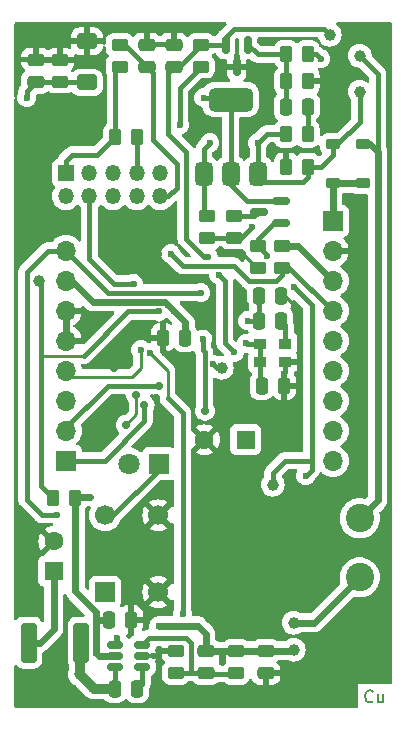
<source format=gbr>
%TF.GenerationSoftware,KiCad,Pcbnew,8.0.1*%
%TF.CreationDate,2024-04-26T00:23:44+02:00*%
%TF.ProjectId,controller_lpc1115_2MU_v1.04,636f6e74-726f-46c6-9c65-725f6c706331,rev?*%
%TF.SameCoordinates,Original*%
%TF.FileFunction,Copper,L1,Top*%
%TF.FilePolarity,Positive*%
%FSLAX46Y46*%
G04 Gerber Fmt 4.6, Leading zero omitted, Abs format (unit mm)*
G04 Created by KiCad (PCBNEW 8.0.1) date 2024-04-26 00:23:44*
%MOMM*%
%LPD*%
G01*
G04 APERTURE LIST*
G04 Aperture macros list*
%AMRoundRect*
0 Rectangle with rounded corners*
0 $1 Rounding radius*
0 $2 $3 $4 $5 $6 $7 $8 $9 X,Y pos of 4 corners*
0 Add a 4 corners polygon primitive as box body*
4,1,4,$2,$3,$4,$5,$6,$7,$8,$9,$2,$3,0*
0 Add four circle primitives for the rounded corners*
1,1,$1+$1,$2,$3*
1,1,$1+$1,$4,$5*
1,1,$1+$1,$6,$7*
1,1,$1+$1,$8,$9*
0 Add four rect primitives between the rounded corners*
20,1,$1+$1,$2,$3,$4,$5,0*
20,1,$1+$1,$4,$5,$6,$7,0*
20,1,$1+$1,$6,$7,$8,$9,0*
20,1,$1+$1,$8,$9,$2,$3,0*%
G04 Aperture macros list end*
%ADD10C,0.150000*%
%TA.AperFunction,NonConductor*%
%ADD11C,0.150000*%
%TD*%
%TA.AperFunction,SMDPad,CuDef*%
%ADD12RoundRect,0.250000X-0.450000X0.262500X-0.450000X-0.262500X0.450000X-0.262500X0.450000X0.262500X0*%
%TD*%
%TA.AperFunction,SMDPad,CuDef*%
%ADD13C,1.000000*%
%TD*%
%TA.AperFunction,SMDPad,CuDef*%
%ADD14RoundRect,0.250000X0.262500X0.450000X-0.262500X0.450000X-0.262500X-0.450000X0.262500X-0.450000X0*%
%TD*%
%TA.AperFunction,ComponentPad*%
%ADD15R,1.700000X1.700000*%
%TD*%
%TA.AperFunction,ComponentPad*%
%ADD16O,1.700000X1.700000*%
%TD*%
%TA.AperFunction,ComponentPad*%
%ADD17C,1.700000*%
%TD*%
%TA.AperFunction,SMDPad,CuDef*%
%ADD18RoundRect,0.250000X-0.475000X0.250000X-0.475000X-0.250000X0.475000X-0.250000X0.475000X0.250000X0*%
%TD*%
%TA.AperFunction,SMDPad,CuDef*%
%ADD19RoundRect,0.150000X0.512500X0.150000X-0.512500X0.150000X-0.512500X-0.150000X0.512500X-0.150000X0*%
%TD*%
%TA.AperFunction,SMDPad,CuDef*%
%ADD20RoundRect,0.250000X-0.250000X-0.475000X0.250000X-0.475000X0.250000X0.475000X-0.250000X0.475000X0*%
%TD*%
%TA.AperFunction,SMDPad,CuDef*%
%ADD21RoundRect,0.375000X0.375000X-0.625000X0.375000X0.625000X-0.375000X0.625000X-0.375000X-0.625000X0*%
%TD*%
%TA.AperFunction,SMDPad,CuDef*%
%ADD22RoundRect,0.500000X1.400000X-0.500000X1.400000X0.500000X-1.400000X0.500000X-1.400000X-0.500000X0*%
%TD*%
%TA.AperFunction,ComponentPad*%
%ADD23R,1.350000X1.350000*%
%TD*%
%TA.AperFunction,ComponentPad*%
%ADD24O,1.350000X1.350000*%
%TD*%
%TA.AperFunction,SMDPad,CuDef*%
%ADD25RoundRect,0.250000X0.250000X0.475000X-0.250000X0.475000X-0.250000X-0.475000X0.250000X-0.475000X0*%
%TD*%
%TA.AperFunction,ComponentPad*%
%ADD26R,1.600000X1.600000*%
%TD*%
%TA.AperFunction,ComponentPad*%
%ADD27C,1.600000*%
%TD*%
%TA.AperFunction,SMDPad,CuDef*%
%ADD28RoundRect,0.225000X-0.375000X0.225000X-0.375000X-0.225000X0.375000X-0.225000X0.375000X0.225000X0*%
%TD*%
%TA.AperFunction,ComponentPad*%
%ADD29C,2.400000*%
%TD*%
%TA.AperFunction,SMDPad,CuDef*%
%ADD30RoundRect,0.250000X-0.262500X-0.450000X0.262500X-0.450000X0.262500X0.450000X-0.262500X0.450000X0*%
%TD*%
%TA.AperFunction,SMDPad,CuDef*%
%ADD31R,1.000000X0.900000*%
%TD*%
%TA.AperFunction,SMDPad,CuDef*%
%ADD32RoundRect,0.250000X0.400000X1.450000X-0.400000X1.450000X-0.400000X-1.450000X0.400000X-1.450000X0*%
%TD*%
%TA.AperFunction,SMDPad,CuDef*%
%ADD33RoundRect,0.250000X0.600000X-0.400000X0.600000X0.400000X-0.600000X0.400000X-0.600000X-0.400000X0*%
%TD*%
%TA.AperFunction,ComponentPad*%
%ADD34R,1.800000X1.800000*%
%TD*%
%TA.AperFunction,ComponentPad*%
%ADD35C,1.800000*%
%TD*%
%TA.AperFunction,SMDPad,CuDef*%
%ADD36RoundRect,0.250000X0.475000X-0.250000X0.475000X0.250000X-0.475000X0.250000X-0.475000X-0.250000X0*%
%TD*%
%TA.AperFunction,SMDPad,CuDef*%
%ADD37RoundRect,0.250000X0.450000X-0.262500X0.450000X0.262500X-0.450000X0.262500X-0.450000X-0.262500X0*%
%TD*%
%TA.AperFunction,SMDPad,CuDef*%
%ADD38RoundRect,0.150000X-0.150000X0.587500X-0.150000X-0.587500X0.150000X-0.587500X0.150000X0.587500X0*%
%TD*%
%TA.AperFunction,SMDPad,CuDef*%
%ADD39RoundRect,0.150000X0.587500X0.150000X-0.587500X0.150000X-0.587500X-0.150000X0.587500X-0.150000X0*%
%TD*%
%TA.AperFunction,ViaPad*%
%ADD40C,1.006400*%
%TD*%
%TA.AperFunction,ViaPad*%
%ADD41C,0.706400*%
%TD*%
%TA.AperFunction,ViaPad*%
%ADD42C,0.600000*%
%TD*%
%TA.AperFunction,Conductor*%
%ADD43C,0.254000*%
%TD*%
%TA.AperFunction,Conductor*%
%ADD44C,0.609600*%
%TD*%
%TA.AperFunction,Conductor*%
%ADD45C,0.406400*%
%TD*%
%TA.AperFunction,Conductor*%
%ADD46C,0.812800*%
%TD*%
G04 APERTURE END LIST*
D10*
D11*
X162890077Y-134648580D02*
X162842458Y-134696200D01*
X162842458Y-134696200D02*
X162699601Y-134743819D01*
X162699601Y-134743819D02*
X162604363Y-134743819D01*
X162604363Y-134743819D02*
X162461506Y-134696200D01*
X162461506Y-134696200D02*
X162366268Y-134600961D01*
X162366268Y-134600961D02*
X162318649Y-134505723D01*
X162318649Y-134505723D02*
X162271030Y-134315247D01*
X162271030Y-134315247D02*
X162271030Y-134172390D01*
X162271030Y-134172390D02*
X162318649Y-133981914D01*
X162318649Y-133981914D02*
X162366268Y-133886676D01*
X162366268Y-133886676D02*
X162461506Y-133791438D01*
X162461506Y-133791438D02*
X162604363Y-133743819D01*
X162604363Y-133743819D02*
X162699601Y-133743819D01*
X162699601Y-133743819D02*
X162842458Y-133791438D01*
X162842458Y-133791438D02*
X162890077Y-133839057D01*
X163747220Y-134077152D02*
X163747220Y-134743819D01*
X163318649Y-134077152D02*
X163318649Y-134600961D01*
X163318649Y-134600961D02*
X163366268Y-134696200D01*
X163366268Y-134696200D02*
X163461506Y-134743819D01*
X163461506Y-134743819D02*
X163604363Y-134743819D01*
X163604363Y-134743819D02*
X163699601Y-134696200D01*
X163699601Y-134696200D02*
X163747220Y-134648580D01*
D12*
%TO.P,R10,1*%
%TO.N,/RESET*%
X141478000Y-79097500D03*
%TO.P,R10,2*%
%TO.N,+3V3*%
X141478000Y-80922500D03*
%TD*%
D13*
%TO.P,TP7,1,1*%
%TO.N,/EIB_IN*%
X159258000Y-78232000D03*
%TD*%
%TO.P,TP4,1,1*%
%TO.N,Net-(D3-K)*%
X161798000Y-83058000D03*
%TD*%
D14*
%TO.P,R21,1*%
%TO.N,/ISP_EN*%
X142898500Y-86868000D03*
%TO.P,R21,2*%
%TO.N,+3V3*%
X141073500Y-86868000D03*
%TD*%
D15*
%TO.P,J2,1,Pin_1*%
%TO.N,/LT1*%
X136906000Y-114300000D03*
D16*
%TO.P,J2,2,Pin_2*%
%TO.N,/LT6*%
X136906000Y-111760000D03*
%TO.P,J2,3,Pin_3*%
%TO.N,/LT7*%
X136906000Y-109220000D03*
%TO.P,J2,4,Pin_4*%
%TO.N,/LT9*%
X136906000Y-106680000D03*
%TO.P,J2,5,Pin_5*%
%TO.N,GND*%
X136906000Y-104140000D03*
%TO.P,J2,6,Pin_6*%
X136906000Y-101600000D03*
%TO.P,J2,7,Pin_7*%
%TO.N,+3V3*%
X136906000Y-99060000D03*
%TO.P,J2,8,Pin_8*%
%TO.N,/PROG*%
X136906000Y-96520000D03*
%TD*%
D15*
%TO.P,SW1,1,1*%
%TO.N,/PROG*%
X140244000Y-125424000D03*
D17*
X140244000Y-118924000D03*
%TO.P,SW1,2,2*%
%TO.N,GND*%
X144744000Y-125424000D03*
X144744000Y-118924000D03*
%TD*%
D18*
%TO.P,C8,1*%
%TO.N,GND*%
X146050000Y-79060000D03*
%TO.P,C8,2*%
%TO.N,/EIB_IN*%
X146050000Y-80960000D03*
%TD*%
D19*
%TO.P,U1,1,BOOST*%
%TO.N,Net-(U1-BOOST)*%
X143377500Y-131760000D03*
%TO.P,U1,2,GND*%
%TO.N,GND*%
X143377500Y-130810000D03*
%TO.P,U1,3,VFB*%
%TO.N,Net-(U1-VFB)*%
X143377500Y-129860000D03*
%TO.P,U1,4,EN*%
%TO.N,Net-(U1-EN)*%
X141102500Y-129860000D03*
%TO.P,U1,5,VIN*%
%TO.N,/EIB_DC*%
X141102500Y-130810000D03*
%TO.P,U1,6,SW*%
%TO.N,Net-(D5-K)*%
X141102500Y-131760000D03*
%TD*%
D20*
%TO.P,C6,1*%
%TO.N,GND*%
X145100000Y-103886000D03*
%TO.P,C6,2*%
%TO.N,+3V3*%
X147000000Y-103886000D03*
%TD*%
D21*
%TO.P,Q1,1,B*%
%TO.N,Net-(Q1-B)*%
X148576000Y-90018000D03*
%TO.P,Q1,2,C*%
%TO.N,Net-(Q1-C)*%
X150876000Y-90018000D03*
D22*
X150876000Y-83718000D03*
D21*
%TO.P,Q1,3,E*%
%TO.N,Net-(D3-K)*%
X153176000Y-90018000D03*
%TD*%
D23*
%TO.P,J3,1,Pin_1*%
%TO.N,+3V3*%
X136906000Y-89916000D03*
D24*
%TO.P,J3,2,Pin_2*%
%TO.N,/SWDIO*%
X136906000Y-91916000D03*
%TO.P,J3,3,Pin_3*%
%TO.N,/IO15*%
X138906000Y-89916000D03*
%TO.P,J3,4,Pin_4*%
%TO.N,/SWCLK*%
X138906000Y-91916000D03*
%TO.P,J3,5,Pin_5*%
%TO.N,/IO14*%
X140906000Y-89916000D03*
%TO.P,J3,6,Pin_6*%
%TO.N,unconnected-(J3-Pin_6-Pad6)*%
X140906000Y-91916000D03*
%TO.P,J3,7,Pin_7*%
%TO.N,/ISP_EN*%
X142906000Y-89916000D03*
%TO.P,J3,8,Pin_8*%
%TO.N,unconnected-(J3-Pin_8-Pad8)*%
X142906000Y-91916000D03*
%TO.P,J3,9,Pin_9*%
%TO.N,GND*%
X144906000Y-89916000D03*
%TO.P,J3,10,Pin_10*%
%TO.N,/RESET*%
X144906000Y-91916000D03*
%TD*%
D25*
%TO.P,C2,1*%
%TO.N,GND*%
X155128000Y-100330000D03*
%TO.P,C2,2*%
%TO.N,Net-(IC1-XTALIN)*%
X153228000Y-100330000D03*
%TD*%
D26*
%TO.P,C5,1*%
%TO.N,/EIB_DC*%
X152146000Y-112522000D03*
D27*
%TO.P,C5,2*%
%TO.N,GND*%
X148646000Y-112522000D03*
%TD*%
D12*
%TO.P,R11,1*%
%TO.N,Net-(Q1-B)*%
X148844000Y-93575500D03*
%TO.P,R11,2*%
%TO.N,Net-(D10-A)*%
X148844000Y-95400500D03*
%TD*%
D28*
%TO.P,D3,1,K*%
%TO.N,Net-(D3-K)*%
X159512000Y-87504000D03*
%TO.P,D3,2,A*%
%TO.N,Net-(D2-A)*%
X159512000Y-90804000D03*
%TD*%
%TO.P,D2,1,K*%
%TO.N,Net-(D2-K)*%
X162052000Y-87504000D03*
%TO.P,D2,2,A*%
%TO.N,Net-(D2-A)*%
X162052000Y-90804000D03*
%TD*%
D25*
%TO.P,C12,1*%
%TO.N,GND*%
X142428000Y-127762000D03*
%TO.P,C12,2*%
%TO.N,/EIB_DC*%
X140528000Y-127762000D03*
%TD*%
D29*
%TO.P,L2,1,1*%
%TO.N,Net-(D2-K)*%
X161798000Y-119166000D03*
%TO.P,L2,2,2*%
%TO.N,/EIB_DC*%
X161798000Y-124166000D03*
%TD*%
D12*
%TO.P,R23,1*%
%TO.N,GND*%
X146228750Y-130418375D03*
%TO.P,R23,2*%
%TO.N,Net-(U1-VFB)*%
X146228750Y-132243375D03*
%TD*%
D30*
%TO.P,R7,1*%
%TO.N,Net-(Q3-B)*%
X155551500Y-79883000D03*
%TO.P,R7,2*%
%TO.N,+3V3*%
X157376500Y-79883000D03*
%TD*%
%TO.P,R12,1*%
%TO.N,Net-(D3-K)*%
X155551500Y-86614000D03*
%TO.P,R12,2*%
%TO.N,Net-(C1-Pad1)*%
X157376500Y-86614000D03*
%TD*%
D31*
%TO.P,X1,1,EN*%
%TO.N,+3V3*%
X153357000Y-105931000D03*
%TO.P,X1,2,GND*%
%TO.N,GND*%
X155507000Y-105931000D03*
%TO.P,X1,3,OUT*%
%TO.N,Net-(X1-OUT)*%
X155507000Y-104381000D03*
%TO.P,X1,4,V+*%
%TO.N,+3V3*%
X153357000Y-104381000D03*
%TD*%
D32*
%TO.P,L1,1,1*%
%TO.N,Net-(D5-K)*%
X138216600Y-129692400D03*
%TO.P,L1,2,2*%
%TO.N,+3V3*%
X133766600Y-129692400D03*
%TD*%
D33*
%TO.P,D1,1,K*%
%TO.N,/BUS_V*%
X138684000Y-82268000D03*
%TO.P,D1,2,A*%
%TO.N,GND*%
X138684000Y-78768000D03*
%TD*%
D12*
%TO.P,R4,1*%
%TO.N,Net-(Q2-C)*%
X151130000Y-93575500D03*
%TO.P,R4,2*%
%TO.N,Net-(D10-A)*%
X151130000Y-95400500D03*
%TD*%
D13*
%TO.P,TP5,1,1*%
%TO.N,Net-(D10-A)*%
X154432000Y-116332000D03*
%TD*%
D30*
%TO.P,R8,1*%
%TO.N,Net-(Q3-B)*%
X155551500Y-82169000D03*
%TO.P,R8,2*%
%TO.N,GND*%
X157376500Y-82169000D03*
%TD*%
D13*
%TO.P,TP1,1,1*%
%TO.N,Net-(D2-K)*%
X161798000Y-80010000D03*
%TD*%
D26*
%TO.P,C3,1*%
%TO.N,+3V3*%
X135890000Y-123633113D03*
D27*
%TO.P,C3,2*%
%TO.N,GND*%
X135890000Y-121133113D03*
%TD*%
D34*
%TO.P,D4,1,K*%
%TO.N,/PROG*%
X144785000Y-114554000D03*
D35*
%TO.P,D4,2,A*%
%TO.N,Net-(D4-A)*%
X142245000Y-114554000D03*
%TD*%
D36*
%TO.P,C7,1*%
%TO.N,GND*%
X153848750Y-132280875D03*
%TO.P,C7,2*%
%TO.N,+3V3*%
X153848750Y-130380875D03*
%TD*%
D14*
%TO.P,R13,1*%
%TO.N,/EIB_DC*%
X137691500Y-117475000D03*
%TO.P,R13,2*%
%TO.N,/BUS_V*%
X135866500Y-117475000D03*
%TD*%
D30*
%TO.P,R3,1*%
%TO.N,GND*%
X155551500Y-89408000D03*
%TO.P,R3,2*%
%TO.N,Net-(D3-K)*%
X157376500Y-89408000D03*
%TD*%
D37*
%TO.P,R9,1*%
%TO.N,+3V3*%
X148336000Y-80922500D03*
%TO.P,R9,2*%
%TO.N,/EIB_IN*%
X148336000Y-79097500D03*
%TD*%
D25*
%TO.P,C11,1*%
%TO.N,GND*%
X155382000Y-107950000D03*
%TO.P,C11,2*%
%TO.N,+3V3*%
X153482000Y-107950000D03*
%TD*%
D13*
%TO.P,TP3,1,1*%
%TO.N,/EIB_DC*%
X156210000Y-128016000D03*
%TD*%
D37*
%TO.P,R22,1*%
%TO.N,Net-(U1-VFB)*%
X151308750Y-132243375D03*
%TO.P,R22,2*%
%TO.N,+3V3*%
X151308750Y-130418375D03*
%TD*%
D38*
%TO.P,Q3,1,B*%
%TO.N,Net-(Q3-B)*%
X152334000Y-79072500D03*
%TO.P,Q3,2,E*%
%TO.N,/EIB_IN*%
X150434000Y-79072500D03*
%TO.P,Q3,3,C*%
%TO.N,GND*%
X151384000Y-80947500D03*
%TD*%
D37*
%TO.P,R6,1*%
%TO.N,GND*%
X153162000Y-97940500D03*
%TO.P,R6,2*%
%TO.N,Net-(Q2-B)*%
X153162000Y-96115500D03*
%TD*%
D12*
%TO.P,R17,1*%
%TO.N,+3V3*%
X155194000Y-96115500D03*
%TO.P,R17,2*%
%TO.N,/PWM*%
X155194000Y-97940500D03*
%TD*%
D18*
%TO.P,C20,1*%
%TO.N,GND*%
X134366000Y-80330000D03*
%TO.P,C20,2*%
%TO.N,/BUS_V*%
X134366000Y-82230000D03*
%TD*%
D25*
%TO.P,C18,1*%
%TO.N,Net-(X1-OUT)*%
X155128000Y-102439950D03*
%TO.P,C18,2*%
%TO.N,Net-(IC1-XTALIN)*%
X153228000Y-102439950D03*
%TD*%
D39*
%TO.P,Q2,1,B*%
%TO.N,Net-(Q2-B)*%
X155115500Y-94168000D03*
%TO.P,Q2,2,E*%
%TO.N,Net-(Q1-C)*%
X155115500Y-92268000D03*
%TO.P,Q2,3,C*%
%TO.N,Net-(Q2-C)*%
X153240500Y-93218000D03*
%TD*%
D25*
%TO.P,C17,1*%
%TO.N,Net-(U1-BOOST)*%
X142936000Y-133604000D03*
%TO.P,C17,2*%
%TO.N,Net-(D5-K)*%
X141036000Y-133604000D03*
%TD*%
%TO.P,C1,1*%
%TO.N,Net-(C1-Pad1)*%
X157414000Y-84328000D03*
%TO.P,C1,2*%
%TO.N,Net-(Q3-B)*%
X155514000Y-84328000D03*
%TD*%
D13*
%TO.P,TP6,1,1*%
%TO.N,/EIB_OUT*%
X150114000Y-106426000D03*
%TD*%
D18*
%TO.P,C9,1*%
%TO.N,GND*%
X143764000Y-79060000D03*
%TO.P,C9,2*%
%TO.N,/RESET*%
X143764000Y-80960000D03*
%TD*%
D36*
%TO.P,C16,1*%
%TO.N,Net-(U1-VFB)*%
X148768750Y-132280875D03*
%TO.P,C16,2*%
%TO.N,+3V3*%
X148768750Y-130380875D03*
%TD*%
D37*
%TO.P,R16,1*%
%TO.N,/BUS_V*%
X136398000Y-82192500D03*
%TO.P,R16,2*%
%TO.N,GND*%
X136398000Y-80367500D03*
%TD*%
D15*
%TO.P,J1,1,Pin_1*%
%TO.N,Net-(D2-A)*%
X159512000Y-93990000D03*
D16*
%TO.P,J1,2,Pin_2*%
%TO.N,GND*%
X159512000Y-96530000D03*
%TO.P,J1,3,Pin_3*%
%TO.N,+3V3*%
X159512000Y-99070000D03*
%TO.P,J1,4,Pin_4*%
%TO.N,/PWM*%
X159512000Y-101610000D03*
%TO.P,J1,5,Pin_5*%
%TO.N,/IO7*%
X159512000Y-104150000D03*
%TO.P,J1,6,Pin_6*%
%TO.N,/IO5*%
X159512000Y-106690000D03*
%TO.P,J1,7,Pin_7*%
%TO.N,/IO6*%
X159512000Y-109230000D03*
%TO.P,J1,8,Pin_8*%
%TO.N,/APROG*%
X159512000Y-111770000D03*
%TO.P,J1,9,Pin_9*%
%TO.N,/EIB_DC*%
X159512000Y-114310000D03*
%TD*%
D13*
%TO.P,TP2,1,1*%
%TO.N,+3V3*%
X156210000Y-130302000D03*
%TD*%
D40*
%TO.N,GND*%
X133858000Y-134112000D03*
D41*
X144780000Y-112522000D03*
X161544000Y-102870000D03*
X133096000Y-125984000D03*
X144526000Y-108966000D03*
X137736000Y-86116000D03*
X136086000Y-86096000D03*
X156069400Y-115590800D03*
X155481300Y-113071400D03*
X140970000Y-106426000D03*
D42*
X148336000Y-101600000D03*
X151892000Y-96774000D03*
D41*
X149860000Y-119380000D03*
D42*
X153670000Y-83566000D03*
D41*
X142494000Y-122174000D03*
X139700000Y-110236000D03*
X161798000Y-110490000D03*
X147066000Y-108458000D03*
X149860000Y-124460000D03*
X141732000Y-96520000D03*
D42*
X154178000Y-87884000D03*
X156210000Y-101092000D03*
X152146000Y-101092000D03*
D41*
X136906000Y-86106000D03*
X154686000Y-124460000D03*
D42*
X136398000Y-78740000D03*
X148082000Y-85598000D03*
X160020000Y-83820000D03*
D41*
X154686000Y-119380000D03*
D42*
X143764000Y-77724000D03*
X134366000Y-78740000D03*
D41*
X155956000Y-134112000D03*
X162814000Y-127000000D03*
D42*
X145288000Y-105156000D03*
X144780000Y-96774000D03*
%TO.N,Net-(IC1-XTALIN)*%
X152294500Y-102439950D03*
%TO.N,+3V3*%
X152195900Y-104344950D03*
X150114000Y-131318000D03*
X146050000Y-101600000D03*
X158496000Y-80264000D03*
X144780000Y-128270000D03*
X145555024Y-101105024D03*
X146558000Y-85852000D03*
%TO.N,/EIB_OUT*%
X149388775Y-106135225D03*
%TO.N,/EIB_DC*%
X139446000Y-130556000D03*
X138938000Y-117348000D03*
%TO.N,/EIB_IN*%
X148971000Y-97028000D03*
X149860000Y-98552000D03*
X151165612Y-105134617D03*
D40*
%TO.N,/BUS_V*%
X134602799Y-99042799D03*
D42*
X133604000Y-83566000D03*
X144780000Y-101642800D03*
%TO.N,/PROG*%
X136144000Y-118872000D03*
X148336000Y-100076000D03*
D41*
%TO.N,/IO5*%
X148678300Y-110064050D03*
D42*
X148518300Y-103994050D03*
D41*
%TO.N,/LT1*%
X143565081Y-109539419D03*
%TO.N,/LT6*%
X144780000Y-107950000D03*
%TO.N,/APROG*%
X142868500Y-108712000D03*
X141986000Y-111252000D03*
D42*
%TO.N,/SWCLK*%
X142645050Y-99314000D03*
%TO.N,/LT9*%
X143253144Y-104902000D03*
%TO.N,/IO12*%
X146812000Y-127254000D03*
X144015144Y-105156000D03*
%TO.N,/PWM*%
X145796000Y-96774000D03*
%TO.N,Net-(Q1-B)*%
X149098000Y-87376000D03*
%TO.N,Net-(D3-K)*%
X153162000Y-87376000D03*
%TO.N,Net-(Q2-B)*%
X153940319Y-96998947D03*
%TO.N,Net-(D10-A)*%
X156210000Y-99568000D03*
X152654000Y-94488000D03*
X157226000Y-115570000D03*
%TO.N,Net-(Q1-C)*%
X148590000Y-83566000D03*
%TO.N,Net-(U1-EN)*%
X141224000Y-129286000D03*
D40*
%TO.N,Net-(D5-K)*%
X138096800Y-132381800D03*
%TD*%
D43*
%TO.N,GND*%
X155128000Y-100330000D02*
X155448000Y-100330000D01*
X153162000Y-97940500D02*
X153058500Y-97940500D01*
D44*
X159333100Y-96508950D02*
X159333000Y-96509050D01*
D43*
X153058500Y-97940500D02*
X151892000Y-96774000D01*
D44*
X136906000Y-101600000D02*
X136906000Y-104140000D01*
D43*
X155448000Y-100330000D02*
X156210000Y-101092000D01*
D45*
%TO.N,Net-(C1-Pad1)*%
X157376500Y-84365500D02*
X157414000Y-84328000D01*
X157376500Y-86614000D02*
X157376500Y-84365500D01*
%TO.N,Net-(IC1-XTALIN)*%
X153228000Y-100330000D02*
X153228000Y-102439950D01*
X153228000Y-102439950D02*
X152294500Y-102439950D01*
%TO.N,+3V3*%
X146558000Y-85852000D02*
X146558000Y-82700500D01*
D44*
X151346250Y-130380875D02*
X151308750Y-130418375D01*
X148768750Y-130380875D02*
X148768750Y-130480750D01*
D45*
X139559950Y-88381550D02*
X141073500Y-86868000D01*
D44*
X153848750Y-130380875D02*
X151346250Y-130380875D01*
D45*
X137424450Y-88381550D02*
X139559950Y-88381550D01*
X141073500Y-86868000D02*
X141073500Y-81327000D01*
D44*
X156131125Y-130380875D02*
X156210000Y-130302000D01*
X155194000Y-96115500D02*
X156557500Y-96115500D01*
X136863425Y-89873425D02*
X136906000Y-89916000D01*
D45*
X152231950Y-104381000D02*
X152195900Y-104344950D01*
D44*
X136906000Y-99060000D02*
X137414000Y-99060000D01*
X135890000Y-128524000D02*
X134721600Y-129692400D01*
X150114000Y-130418375D02*
X148806250Y-130418375D01*
X136759550Y-89873425D02*
X136863425Y-89873425D01*
X137414000Y-99060000D02*
X139192000Y-100838000D01*
X145288000Y-100838000D02*
X146050000Y-101600000D01*
D45*
X153357000Y-105931000D02*
X153357000Y-107825000D01*
D44*
X148768750Y-128956750D02*
X148768750Y-130380875D01*
D45*
X157376500Y-79883000D02*
X158115000Y-79883000D01*
X153357000Y-104381000D02*
X152231950Y-104381000D01*
X136906000Y-88900000D02*
X137424450Y-88381550D01*
X158115000Y-79883000D02*
X158496000Y-80264000D01*
D44*
X150114000Y-131318000D02*
X150114000Y-130418375D01*
D45*
X136906000Y-89916000D02*
X136906000Y-88900000D01*
D44*
X148082000Y-128270000D02*
X148768750Y-128956750D01*
D45*
X153357000Y-104381000D02*
X153357000Y-105931000D01*
X141073500Y-81327000D02*
X141478000Y-80922500D01*
D44*
X134721600Y-129692400D02*
X133766600Y-129692400D01*
X139192000Y-100838000D02*
X145288000Y-100838000D01*
X151308750Y-130418375D02*
X150114000Y-130418375D01*
X144780000Y-128270000D02*
X148082000Y-128270000D01*
X135890000Y-123633113D02*
X135890000Y-128524000D01*
D45*
X153357000Y-107825000D02*
X153482000Y-107950000D01*
D44*
X147000000Y-102550000D02*
X146050000Y-101600000D01*
D45*
X146558000Y-82700500D02*
X148336000Y-80922500D01*
D44*
X156557500Y-96115500D02*
X159512000Y-99070000D01*
X153848750Y-130380875D02*
X156131125Y-130380875D01*
X147000000Y-103886000D02*
X147000000Y-102550000D01*
X148806250Y-130418375D02*
X148768750Y-130380875D01*
D45*
%TO.N,/EIB_OUT*%
X150114000Y-106426000D02*
X149679550Y-106426000D01*
X149679550Y-106426000D02*
X149388775Y-106135225D01*
D44*
%TO.N,/EIB_DC*%
X139446000Y-127099462D02*
X137691500Y-125344962D01*
X139446000Y-130556000D02*
X139446000Y-127762000D01*
X139446000Y-130556000D02*
X139700000Y-130810000D01*
X156210000Y-128016000D02*
X157948000Y-128016000D01*
X138938000Y-117348000D02*
X137818500Y-117348000D01*
X139446000Y-127762000D02*
X139446000Y-127099462D01*
X137691500Y-125344962D02*
X137691500Y-117475000D01*
X137818500Y-117348000D02*
X137691500Y-117475000D01*
X157948000Y-128016000D02*
X161798000Y-124166000D01*
X139700000Y-130810000D02*
X141102500Y-130810000D01*
X140528000Y-127762000D02*
X139446000Y-127762000D01*
D45*
%TO.N,/EIB_IN*%
X147066000Y-88138000D02*
X145542000Y-86614000D01*
X147066000Y-95504000D02*
X147066000Y-88138000D01*
X150434000Y-79072500D02*
X148361000Y-79072500D01*
X145542000Y-86614000D02*
X145542000Y-81468000D01*
X150434000Y-78420000D02*
X150434000Y-79072500D01*
X148971000Y-97028000D02*
X148590000Y-97028000D01*
X151130000Y-77724000D02*
X150434000Y-78420000D01*
X148326500Y-79097500D02*
X146464000Y-80960000D01*
X146464000Y-80960000D02*
X146050000Y-80960000D01*
X159258000Y-78232000D02*
X158750000Y-77724000D01*
X150368000Y-104337005D02*
X151165612Y-105134617D01*
X158750000Y-77724000D02*
X151130000Y-77724000D01*
X150368000Y-99060000D02*
X150368000Y-104337005D01*
X145542000Y-81468000D02*
X146050000Y-80960000D01*
X148361000Y-79072500D02*
X148336000Y-79097500D01*
X148590000Y-97028000D02*
X147066000Y-95504000D01*
X149860000Y-98552000D02*
X150368000Y-99060000D01*
X148336000Y-79097500D02*
X148326500Y-79097500D01*
%TO.N,/RESET*%
X146304000Y-89154000D02*
X146304000Y-91186000D01*
X144272000Y-87122000D02*
X144272000Y-81468000D01*
X141901500Y-79097500D02*
X143764000Y-80960000D01*
X141478000Y-79097500D02*
X141901500Y-79097500D01*
X146304000Y-91186000D02*
X145574000Y-91916000D01*
X144272000Y-81468000D02*
X143764000Y-80960000D01*
X144272000Y-87122000D02*
X146304000Y-89154000D01*
X145574000Y-91916000D02*
X144906000Y-91916000D01*
%TO.N,Net-(Q3-B)*%
X155551500Y-82169000D02*
X155551500Y-79883000D01*
X155551500Y-79883000D02*
X153144500Y-79883000D01*
X155514000Y-82206500D02*
X155551500Y-82169000D01*
X153144500Y-79883000D02*
X152334000Y-79072500D01*
X155514000Y-84328000D02*
X155514000Y-82206500D01*
D43*
%TO.N,/BUS_V*%
X138430000Y-105410000D02*
X134822300Y-105410000D01*
D45*
X136360500Y-82230000D02*
X136398000Y-82192500D01*
X136398000Y-82192500D02*
X138608500Y-82192500D01*
X135866500Y-117475000D02*
X134822300Y-116430800D01*
X134822300Y-99262300D02*
X134602799Y-99042799D01*
X134822300Y-116430800D02*
X134822300Y-105410000D01*
X134366000Y-82230000D02*
X136360500Y-82230000D01*
X142197200Y-101642800D02*
X138430000Y-105410000D01*
X133604000Y-83566000D02*
X133604000Y-82992000D01*
X144780000Y-101642800D02*
X142197200Y-101642800D01*
X134822300Y-105410000D02*
X134822300Y-99262300D01*
X138608500Y-82192500D02*
X138684000Y-82268000D01*
X133604000Y-82992000D02*
X134366000Y-82230000D01*
%TO.N,/PROG*%
X134874000Y-118872000D02*
X133604000Y-117602000D01*
X140918000Y-118924000D02*
X140244000Y-118924000D01*
X133604000Y-117602000D02*
X133604000Y-98298000D01*
X144785000Y-115057000D02*
X140918000Y-118924000D01*
X144785000Y-114554000D02*
X144785000Y-115057000D01*
X133604000Y-98298000D02*
X135392950Y-96509050D01*
X148336000Y-100076000D02*
X140462000Y-100076000D01*
X135392950Y-96509050D02*
X136879700Y-96509050D01*
X140462000Y-100076000D02*
X136906000Y-96520000D01*
X136144000Y-118872000D02*
X134874000Y-118872000D01*
%TO.N,/ISP_EN*%
X142898500Y-86868000D02*
X142898500Y-89908500D01*
X142898500Y-89908500D02*
X142906000Y-89916000D01*
%TO.N,/IO5*%
X148518300Y-104954050D02*
X148668300Y-105104050D01*
X148668300Y-107454050D02*
X148678300Y-110064050D01*
X148668300Y-105104050D02*
X148668300Y-107454050D01*
X148518300Y-103994050D02*
X148518300Y-104954050D01*
%TO.N,/LT1*%
X140191110Y-114289050D02*
X136879700Y-114289050D01*
X143565081Y-109539419D02*
X143565081Y-110915079D01*
X143565081Y-110915079D02*
X140191110Y-114289050D01*
%TO.N,/LT6*%
X144780000Y-107950000D02*
X140462000Y-107950000D01*
X136879700Y-111532300D02*
X136879700Y-111749050D01*
X140462000Y-107950000D02*
X136879700Y-111532300D01*
D43*
%TO.N,/APROG*%
X141986000Y-111252000D02*
X142868500Y-110369500D01*
X142868500Y-110369500D02*
X142868500Y-108712000D01*
D45*
%TO.N,/SWCLK*%
X140970000Y-99314000D02*
X138906000Y-97250000D01*
X142645050Y-99314000D02*
X140970000Y-99314000D01*
X138906000Y-97250000D02*
X138906000Y-91916000D01*
D43*
%TO.N,/LT9*%
X143253144Y-104902000D02*
X143253144Y-106431712D01*
X143253144Y-106431712D02*
X142496856Y-107188000D01*
X142496856Y-107188000D02*
X137414000Y-107188000D01*
X137414000Y-107188000D02*
X136906000Y-106680000D01*
D45*
%TO.N,/IO12*%
X146812000Y-127254000D02*
X146812000Y-110236000D01*
D43*
X145542000Y-106682856D02*
X145542000Y-108966000D01*
D45*
X146812000Y-110236000D02*
X145542000Y-108966000D01*
D43*
X144015144Y-105156000D02*
X145542000Y-106682856D01*
D45*
%TO.N,/PWM*%
X155842500Y-97940500D02*
X159512000Y-101610000D01*
X154686000Y-99060000D02*
X155194000Y-98552000D01*
X145796000Y-96774000D02*
X146812000Y-97790000D01*
X152400000Y-99060000D02*
X154686000Y-99060000D01*
X151130000Y-97790000D02*
X152400000Y-99060000D01*
X155194000Y-97940500D02*
X155842500Y-97940500D01*
X146812000Y-97790000D02*
X151130000Y-97790000D01*
X155194000Y-98552000D02*
X155194000Y-97940500D01*
%TO.N,Net-(Q1-B)*%
X148576000Y-93307500D02*
X148844000Y-93575500D01*
X148576000Y-87898000D02*
X149098000Y-87376000D01*
X148576000Y-90018000D02*
X148576000Y-87898000D01*
X148576000Y-90018000D02*
X148576000Y-93307500D01*
%TO.N,Net-(D3-K)*%
X159892000Y-87504000D02*
X161798000Y-85598000D01*
X155551500Y-86614000D02*
X153924000Y-86614000D01*
X153176000Y-90018000D02*
X153836000Y-90678000D01*
X153162000Y-87376000D02*
X153176000Y-87390000D01*
X159512000Y-87504000D02*
X159892000Y-87504000D01*
X158496000Y-89408000D02*
X159512000Y-88392000D01*
X153176000Y-87390000D02*
X153176000Y-90018000D01*
X157376500Y-89408000D02*
X158496000Y-89408000D01*
X153836000Y-90678000D02*
X156972000Y-90678000D01*
X161798000Y-85598000D02*
X161798000Y-83058000D01*
X153924000Y-86614000D02*
X153162000Y-87376000D01*
X159512000Y-88392000D02*
X159512000Y-87504000D01*
X156972000Y-90678000D02*
X157376500Y-90273500D01*
X157376500Y-90273500D02*
X157376500Y-89408000D01*
%TO.N,Net-(U1-VFB)*%
X146228750Y-132243375D02*
X147574000Y-132243375D01*
X148731250Y-132243375D02*
X148768750Y-132280875D01*
X147505554Y-132174929D02*
X147574000Y-132243375D01*
X151218125Y-132334000D02*
X148821875Y-132334000D01*
X147505554Y-129725554D02*
X147505554Y-132174929D01*
X147066000Y-129286000D02*
X147505554Y-129725554D01*
X143951500Y-129286000D02*
X147066000Y-129286000D01*
X147574000Y-132243375D02*
X148731250Y-132243375D01*
X143377500Y-129860000D02*
X143951500Y-129286000D01*
X151308750Y-132243375D02*
X151218125Y-132334000D01*
X146319375Y-132334000D02*
X146228750Y-132243375D01*
X148821875Y-132334000D02*
X148768750Y-132280875D01*
%TO.N,Net-(Q2-B)*%
X153162000Y-95504000D02*
X153162000Y-96012000D01*
X153940319Y-96998947D02*
X153940319Y-96893819D01*
X153940319Y-96893819D02*
X153162000Y-96115500D01*
X155115500Y-94168000D02*
X154498000Y-94168000D01*
X154498000Y-94168000D02*
X153162000Y-95504000D01*
%TO.N,Net-(Q2-C)*%
X151130000Y-93575500D02*
X152883000Y-93575500D01*
X152883000Y-93575500D02*
X153240500Y-93218000D01*
%TO.N,Net-(U1-BOOST)*%
X143377500Y-131760000D02*
X143377500Y-133162500D01*
X143377500Y-133162500D02*
X142936000Y-133604000D01*
%TO.N,Net-(X1-OUT)*%
X155507000Y-104381000D02*
X155507000Y-102818950D01*
X155507000Y-102818950D02*
X155128000Y-102439950D01*
D44*
%TO.N,Net-(D2-A)*%
X159512000Y-93990000D02*
X159512000Y-90804000D01*
X159512000Y-90804000D02*
X162052000Y-90804000D01*
D45*
%TO.N,Net-(D2-K)*%
X161798000Y-80010000D02*
X163322000Y-81534000D01*
D44*
X162688000Y-87504000D02*
X163322000Y-88138000D01*
X163322000Y-117642000D02*
X161798000Y-119166000D01*
X162052000Y-87504000D02*
X162688000Y-87504000D01*
X163322000Y-88138000D02*
X163322000Y-117642000D01*
D45*
X163322000Y-81534000D02*
X163322000Y-88646000D01*
%TO.N,Net-(D10-A)*%
X156210000Y-99568000D02*
X157734000Y-101092000D01*
X152654000Y-94488000D02*
X151741500Y-95400500D01*
X155448000Y-114300000D02*
X157734000Y-114300000D01*
X151741500Y-95400500D02*
X151130000Y-95400500D01*
X148844000Y-95400500D02*
X151130000Y-95400500D01*
X154432000Y-116332000D02*
X154432000Y-115316000D01*
X157734000Y-101092000D02*
X157734000Y-114300000D01*
X157734000Y-115062000D02*
X157226000Y-115570000D01*
X154432000Y-115316000D02*
X155448000Y-114300000D01*
X157734000Y-114300000D02*
X157734000Y-115062000D01*
D43*
%TO.N,unconnected-(J3-Pin_8-Pad8)*%
X142759550Y-92051225D02*
X142759550Y-91873425D01*
D45*
%TO.N,Net-(Q1-C)*%
X150876000Y-90932000D02*
X152212000Y-92268000D01*
X150724000Y-83566000D02*
X150876000Y-83718000D01*
X152212000Y-92268000D02*
X155115500Y-92268000D01*
X150876000Y-90018000D02*
X150876000Y-90932000D01*
X148590000Y-83566000D02*
X150724000Y-83566000D01*
X150876000Y-90018000D02*
X150876000Y-83718000D01*
%TO.N,Net-(U1-EN)*%
X141224000Y-129738500D02*
X141102500Y-129860000D01*
X141224000Y-129286000D02*
X141224000Y-129738500D01*
D46*
%TO.N,Net-(D5-K)*%
X138096800Y-132381800D02*
X138096800Y-129812200D01*
X138096800Y-129812200D02*
X138216600Y-129692400D01*
D45*
X141102500Y-131760000D02*
X141036000Y-131826500D01*
D46*
X139319000Y-133604000D02*
X141036000Y-133604000D01*
D45*
X141036000Y-131826500D02*
X141036000Y-133604000D01*
D46*
X138096800Y-132381800D02*
X139319000Y-133604000D01*
%TD*%
%TA.AperFunction,Conductor*%
%TO.N,GND*%
G36*
X164455639Y-77186635D02*
G01*
X164501394Y-77239439D01*
X164512600Y-77290950D01*
X164512600Y-133047981D01*
X164492915Y-133115020D01*
X164440111Y-133160775D01*
X164370953Y-133170719D01*
X164352875Y-133162463D01*
X164327720Y-133162463D01*
X161689205Y-133162463D01*
X161689205Y-135094450D01*
X161669520Y-135161489D01*
X161616716Y-135207244D01*
X161565205Y-135218450D01*
X132687600Y-135218450D01*
X132620561Y-135198765D01*
X132574806Y-135145961D01*
X132563600Y-135094450D01*
X132563600Y-131700130D01*
X132583285Y-131633091D01*
X132636089Y-131587336D01*
X132705247Y-131577392D01*
X132768803Y-131606417D01*
X132775281Y-131612449D01*
X132897944Y-131735112D01*
X133047266Y-131827214D01*
X133213803Y-131882399D01*
X133316591Y-131892900D01*
X134216608Y-131892899D01*
X134216616Y-131892898D01*
X134216619Y-131892898D01*
X134272902Y-131887148D01*
X134319397Y-131882399D01*
X134485934Y-131827214D01*
X134635256Y-131735112D01*
X134759312Y-131611056D01*
X134851414Y-131461734D01*
X134906599Y-131295197D01*
X134917100Y-131192409D01*
X134917099Y-130565925D01*
X134936783Y-130498887D01*
X134989587Y-130453132D01*
X134993647Y-130451365D01*
X135103047Y-130406051D01*
X135103049Y-130406049D01*
X135103053Y-130406048D01*
X135168809Y-130362111D01*
X135234949Y-130317918D01*
X135347118Y-130205749D01*
X135347119Y-130205747D01*
X135354185Y-130198681D01*
X135354188Y-130198677D01*
X136403345Y-129149520D01*
X136403349Y-129149518D01*
X136515518Y-129037349D01*
X136603648Y-128905453D01*
X136664353Y-128758897D01*
X136670721Y-128726883D01*
X136688898Y-128635500D01*
X136695300Y-128603318D01*
X136695300Y-125667663D01*
X136714985Y-125600624D01*
X136767789Y-125554869D01*
X136836947Y-125544925D01*
X136900503Y-125573950D01*
X136933861Y-125620211D01*
X136977848Y-125726408D01*
X136977855Y-125726421D01*
X137065981Y-125858310D01*
X137065984Y-125858314D01*
X137182470Y-125974800D01*
X137182492Y-125974820D01*
X138487891Y-127280219D01*
X138521376Y-127341542D01*
X138516392Y-127411234D01*
X138474520Y-127467167D01*
X138409056Y-127491584D01*
X138400210Y-127491900D01*
X137766598Y-127491900D01*
X137766580Y-127491901D01*
X137663803Y-127502400D01*
X137663800Y-127502401D01*
X137497268Y-127557585D01*
X137497263Y-127557587D01*
X137347942Y-127649689D01*
X137223889Y-127773742D01*
X137131787Y-127923063D01*
X137131785Y-127923068D01*
X137103949Y-128007070D01*
X137076601Y-128089603D01*
X137076601Y-128089604D01*
X137076600Y-128089604D01*
X137066100Y-128192383D01*
X137066100Y-131192401D01*
X137066101Y-131192418D01*
X137076600Y-131295196D01*
X137076601Y-131295199D01*
X137124106Y-131438558D01*
X137131786Y-131461734D01*
X137171439Y-131526022D01*
X137189900Y-131591118D01*
X137189900Y-131918226D01*
X137175259Y-131976678D01*
X137165015Y-131995842D01*
X137107623Y-132185037D01*
X137107622Y-132185039D01*
X137088244Y-132381800D01*
X137107622Y-132578560D01*
X137107623Y-132578562D01*
X137165016Y-132767759D01*
X137258214Y-132942122D01*
X137258216Y-132942125D01*
X137383642Y-133094957D01*
X137536474Y-133220383D01*
X137536477Y-133220385D01*
X137603807Y-133256373D01*
X137710842Y-133313584D01*
X137710845Y-133313585D01*
X137710850Y-133313587D01*
X137731632Y-133319891D01*
X137783321Y-133350871D01*
X138740881Y-134308432D01*
X138740885Y-134308435D01*
X138889415Y-134407680D01*
X138889421Y-134407683D01*
X138889422Y-134407684D01*
X139054467Y-134476048D01*
X139054471Y-134476048D01*
X139054472Y-134476049D01*
X139229675Y-134510900D01*
X139229678Y-134510900D01*
X139408322Y-134510900D01*
X140105170Y-134510900D01*
X140172209Y-134530585D01*
X140192851Y-134547219D01*
X140193288Y-134547656D01*
X140317344Y-134671712D01*
X140466666Y-134763814D01*
X140633203Y-134818999D01*
X140735991Y-134829500D01*
X141336008Y-134829499D01*
X141336016Y-134829498D01*
X141336019Y-134829498D01*
X141392302Y-134823748D01*
X141438797Y-134818999D01*
X141605334Y-134763814D01*
X141754656Y-134671712D01*
X141878712Y-134547656D01*
X141880461Y-134544819D01*
X141882169Y-134543283D01*
X141883193Y-134541989D01*
X141883414Y-134542163D01*
X141932406Y-134498096D01*
X142001368Y-134486872D01*
X142065451Y-134514713D01*
X142091537Y-134544817D01*
X142093288Y-134547656D01*
X142217344Y-134671712D01*
X142366666Y-134763814D01*
X142533203Y-134818999D01*
X142635991Y-134829500D01*
X143236008Y-134829499D01*
X143236016Y-134829498D01*
X143236019Y-134829498D01*
X143292302Y-134823748D01*
X143338797Y-134818999D01*
X143505334Y-134763814D01*
X143654656Y-134671712D01*
X143778712Y-134547656D01*
X143870814Y-134398334D01*
X143925999Y-134231797D01*
X143936500Y-134129009D01*
X143936499Y-133630138D01*
X143956183Y-133563100D01*
X143957357Y-133561308D01*
X144001111Y-133495827D01*
X144054157Y-133367762D01*
X144062221Y-133327219D01*
X144064934Y-133313585D01*
X144064934Y-133313584D01*
X144064934Y-133313583D01*
X144081200Y-133231809D01*
X144081200Y-133093192D01*
X144081200Y-132623141D01*
X144100885Y-132556102D01*
X144144974Y-132517898D01*
X144143683Y-132515715D01*
X144150398Y-132511744D01*
X144291865Y-132428081D01*
X144408081Y-132311865D01*
X144491744Y-132170398D01*
X144537598Y-132012569D01*
X144540500Y-131975694D01*
X144540500Y-131544306D01*
X144537598Y-131507431D01*
X144534704Y-131497471D01*
X144491745Y-131349606D01*
X144491745Y-131349605D01*
X144491744Y-131349604D01*
X144491744Y-131349602D01*
X144490574Y-131347624D01*
X144490130Y-131345874D01*
X144488647Y-131342446D01*
X144489200Y-131342206D01*
X144473396Y-131279901D01*
X144488753Y-131227603D01*
X144488184Y-131227357D01*
X144490182Y-131222738D01*
X144490581Y-131221382D01*
X144491281Y-131220197D01*
X144537100Y-131062486D01*
X144537295Y-131060001D01*
X144537295Y-131060000D01*
X144271815Y-131060000D01*
X144208694Y-131042732D01*
X144150396Y-131008255D01*
X144150393Y-131008254D01*
X143992573Y-130962402D01*
X143992567Y-130962401D01*
X143955701Y-130959500D01*
X143955694Y-130959500D01*
X143251500Y-130959500D01*
X143184461Y-130939815D01*
X143138706Y-130887011D01*
X143127500Y-130835500D01*
X143127500Y-130784500D01*
X143147185Y-130717461D01*
X143199989Y-130671706D01*
X143251500Y-130660500D01*
X143955686Y-130660500D01*
X143955694Y-130660500D01*
X143992569Y-130657598D01*
X143992571Y-130657597D01*
X143992573Y-130657597D01*
X144034191Y-130645505D01*
X144150398Y-130611744D01*
X144208694Y-130577268D01*
X144271815Y-130560000D01*
X144537295Y-130560000D01*
X144537295Y-130559998D01*
X144537100Y-130557511D01*
X144537099Y-130557505D01*
X144491283Y-130399806D01*
X144491281Y-130399801D01*
X144490578Y-130398612D01*
X144490310Y-130397558D01*
X144488184Y-130392644D01*
X144488976Y-130392300D01*
X144473395Y-130330888D01*
X144489009Y-130277714D01*
X144488646Y-130277557D01*
X144489920Y-130274612D01*
X144490579Y-130272369D01*
X144491742Y-130270401D01*
X144491744Y-130270398D01*
X144525505Y-130154191D01*
X144537597Y-130112573D01*
X144537598Y-130112568D01*
X144538275Y-130103969D01*
X144563160Y-130038681D01*
X144619392Y-129997211D01*
X144661893Y-129989700D01*
X144904750Y-129989700D01*
X144971789Y-130009385D01*
X145017544Y-130062189D01*
X145028750Y-130113700D01*
X145028750Y-130168375D01*
X146354750Y-130168375D01*
X146421789Y-130188060D01*
X146467544Y-130240864D01*
X146478750Y-130292375D01*
X146478750Y-130544375D01*
X146459065Y-130611414D01*
X146406261Y-130657169D01*
X146354750Y-130668375D01*
X145028751Y-130668375D01*
X145028751Y-130730861D01*
X145039244Y-130833572D01*
X145094391Y-130999994D01*
X145094393Y-130999999D01*
X145186434Y-131149220D01*
X145280054Y-131242840D01*
X145313539Y-131304163D01*
X145308555Y-131373855D01*
X145280055Y-131418202D01*
X145186037Y-131512220D01*
X145093937Y-131661538D01*
X145093936Y-131661541D01*
X145038751Y-131828078D01*
X145038751Y-131828079D01*
X145038750Y-131828079D01*
X145028250Y-131930858D01*
X145028250Y-132555876D01*
X145028251Y-132555894D01*
X145038750Y-132658671D01*
X145038751Y-132658674D01*
X145093935Y-132825206D01*
X145093937Y-132825211D01*
X145112616Y-132855494D01*
X145186038Y-132974531D01*
X145310094Y-133098587D01*
X145459416Y-133190689D01*
X145625953Y-133245874D01*
X145728741Y-133256375D01*
X146728758Y-133256374D01*
X146728766Y-133256373D01*
X146728769Y-133256373D01*
X146785052Y-133250623D01*
X146831547Y-133245874D01*
X146998084Y-133190689D01*
X147147406Y-133098587D01*
X147262599Y-132983394D01*
X147323922Y-132949909D01*
X147350280Y-132947075D01*
X147504691Y-132947075D01*
X147504692Y-132947075D01*
X147599528Y-132947075D01*
X147666567Y-132966760D01*
X147696793Y-132994163D01*
X147701036Y-132999529D01*
X147701038Y-132999531D01*
X147825094Y-133123587D01*
X147974416Y-133215689D01*
X148140953Y-133270874D01*
X148243741Y-133281375D01*
X149293758Y-133281374D01*
X149293766Y-133281373D01*
X149293769Y-133281373D01*
X149350052Y-133275623D01*
X149396547Y-133270874D01*
X149563084Y-133215689D01*
X149712406Y-133123587D01*
X149761974Y-133074019D01*
X149823297Y-133040534D01*
X149849655Y-133037700D01*
X150277845Y-133037700D01*
X150344884Y-133057385D01*
X150365526Y-133074019D01*
X150390094Y-133098587D01*
X150539416Y-133190689D01*
X150705953Y-133245874D01*
X150808741Y-133256375D01*
X151808758Y-133256374D01*
X151808766Y-133256373D01*
X151808769Y-133256373D01*
X151865052Y-133250623D01*
X151911547Y-133245874D01*
X152078084Y-133190689D01*
X152227406Y-133098587D01*
X152351462Y-132974531D01*
X152443564Y-132825209D01*
X152444663Y-132821891D01*
X152446031Y-132819914D01*
X152446614Y-132818666D01*
X152446827Y-132818765D01*
X152484428Y-132764447D01*
X152548942Y-132737618D01*
X152617719Y-132749927D01*
X152668923Y-132797466D01*
X152680075Y-132821882D01*
X152689390Y-132849992D01*
X152689393Y-132849999D01*
X152781434Y-132999220D01*
X152905404Y-133123190D01*
X153054625Y-133215231D01*
X153054630Y-133215233D01*
X153221052Y-133270380D01*
X153221059Y-133270381D01*
X153323769Y-133280874D01*
X153598749Y-133280874D01*
X153598750Y-133280873D01*
X153598750Y-132530875D01*
X154098750Y-132530875D01*
X154098750Y-133280874D01*
X154373722Y-133280874D01*
X154373736Y-133280873D01*
X154476447Y-133270380D01*
X154642869Y-133215233D01*
X154642874Y-133215231D01*
X154792095Y-133123190D01*
X154916065Y-132999220D01*
X155008106Y-132849999D01*
X155008108Y-132849994D01*
X155063255Y-132683572D01*
X155063256Y-132683565D01*
X155073749Y-132580861D01*
X155073750Y-132580848D01*
X155073750Y-132530875D01*
X154098750Y-132530875D01*
X153598750Y-132530875D01*
X153598750Y-132154875D01*
X153618435Y-132087836D01*
X153671239Y-132042081D01*
X153722750Y-132030875D01*
X155073749Y-132030875D01*
X155073749Y-131980903D01*
X155073748Y-131980888D01*
X155063255Y-131878177D01*
X155008108Y-131711755D01*
X155008106Y-131711750D01*
X154916065Y-131562529D01*
X154792094Y-131438558D01*
X154792091Y-131438556D01*
X154789089Y-131436704D01*
X154787463Y-131434896D01*
X154786427Y-131434077D01*
X154786567Y-131433899D01*
X154742367Y-131384755D01*
X154731147Y-131315792D01*
X154758993Y-131251711D01*
X154789094Y-131225629D01*
X154792406Y-131223587D01*
X154793499Y-131222494D01*
X154794433Y-131221983D01*
X154798069Y-131219109D01*
X154798560Y-131219730D01*
X154854822Y-131189009D01*
X154881180Y-131186175D01*
X155710699Y-131186175D01*
X155769151Y-131200816D01*
X155803374Y-131219109D01*
X155824453Y-131230376D01*
X155825273Y-131230814D01*
X156013868Y-131288024D01*
X156210000Y-131307341D01*
X156406132Y-131288024D01*
X156594727Y-131230814D01*
X156595547Y-131230376D01*
X156768532Y-131137913D01*
X156768538Y-131137910D01*
X156920883Y-131012883D01*
X157045910Y-130860538D01*
X157138814Y-130686727D01*
X157196024Y-130498132D01*
X157215341Y-130302000D01*
X157196024Y-130105868D01*
X157138814Y-129917273D01*
X157138811Y-129917269D01*
X157138811Y-129917266D01*
X157045913Y-129743467D01*
X157045909Y-129743460D01*
X156920883Y-129591116D01*
X156768539Y-129466090D01*
X156768532Y-129466086D01*
X156594733Y-129373188D01*
X156594727Y-129373186D01*
X156406132Y-129315976D01*
X156406129Y-129315975D01*
X156210000Y-129296659D01*
X156013870Y-129315975D01*
X155825266Y-129373188D01*
X155651467Y-129466086D01*
X155651460Y-129466090D01*
X155552352Y-129547428D01*
X155488042Y-129574741D01*
X155473687Y-129575575D01*
X154881180Y-129575575D01*
X154814141Y-129555890D01*
X154793499Y-129539256D01*
X154792407Y-129538164D01*
X154792406Y-129538163D01*
X154683614Y-129471060D01*
X154643086Y-129446062D01*
X154643081Y-129446060D01*
X154616364Y-129437207D01*
X154476547Y-129390876D01*
X154476545Y-129390875D01*
X154373760Y-129380375D01*
X153323748Y-129380375D01*
X153323730Y-129380376D01*
X153220953Y-129390875D01*
X153220950Y-129390876D01*
X153054418Y-129446060D01*
X153054413Y-129446062D01*
X152905092Y-129538164D01*
X152904001Y-129539256D01*
X152903066Y-129539766D01*
X152899431Y-129542641D01*
X152898939Y-129542019D01*
X152842678Y-129572741D01*
X152816320Y-129575575D01*
X152282695Y-129575575D01*
X152217599Y-129557114D01*
X152078084Y-129471061D01*
X151911547Y-129415876D01*
X151911545Y-129415875D01*
X151808760Y-129405375D01*
X150808748Y-129405375D01*
X150808730Y-129405376D01*
X150705953Y-129415875D01*
X150705950Y-129415876D01*
X150539418Y-129471060D01*
X150539413Y-129471062D01*
X150390092Y-129563164D01*
X150376501Y-129576756D01*
X150315178Y-129610241D01*
X150288820Y-129613075D01*
X149838680Y-129613075D01*
X149771641Y-129593390D01*
X149750999Y-129576756D01*
X149712406Y-129538163D01*
X149712402Y-129538160D01*
X149632953Y-129489155D01*
X149586228Y-129437207D01*
X149574050Y-129383617D01*
X149574050Y-128877433D01*
X149566090Y-128837417D01*
X149556728Y-128790353D01*
X149555412Y-128783738D01*
X149543103Y-128721853D01*
X149543101Y-128721849D01*
X149535929Y-128704531D01*
X149494004Y-128603316D01*
X149482398Y-128575297D01*
X149482396Y-128575294D01*
X149482394Y-128575290D01*
X149394268Y-128443401D01*
X149394265Y-128443397D01*
X149279003Y-128328135D01*
X149278972Y-128328106D01*
X148966866Y-128016000D01*
X155204659Y-128016000D01*
X155223975Y-128212129D01*
X155223976Y-128212132D01*
X155277870Y-128389797D01*
X155281188Y-128400733D01*
X155374086Y-128574532D01*
X155374090Y-128574539D01*
X155499116Y-128726883D01*
X155651460Y-128851909D01*
X155651467Y-128851913D01*
X155825266Y-128944811D01*
X155825269Y-128944811D01*
X155825273Y-128944814D01*
X156013868Y-129002024D01*
X156210000Y-129021341D01*
X156406132Y-129002024D01*
X156594727Y-128944814D01*
X156768538Y-128851910D01*
X156771542Y-128849445D01*
X156773422Y-128848646D01*
X156773601Y-128848527D01*
X156773623Y-128848560D01*
X156835853Y-128822133D01*
X156850205Y-128821300D01*
X157862551Y-128821300D01*
X157862571Y-128821301D01*
X157868685Y-128821301D01*
X158027317Y-128821301D01*
X158131982Y-128800480D01*
X158182897Y-128790353D01*
X158329453Y-128729648D01*
X158341116Y-128721854D01*
X158341120Y-128721853D01*
X158439400Y-128656184D01*
X158461349Y-128641518D01*
X158573518Y-128529349D01*
X158573519Y-128529347D01*
X158580585Y-128522281D01*
X158580588Y-128522277D01*
X161255512Y-125847352D01*
X161316833Y-125813869D01*
X161379743Y-125816545D01*
X161418535Y-125828511D01*
X161418536Y-125828511D01*
X161418542Y-125828513D01*
X161670565Y-125866500D01*
X161925435Y-125866500D01*
X162177458Y-125828513D01*
X162421004Y-125753389D01*
X162650634Y-125642805D01*
X162861217Y-125499232D01*
X163048050Y-125325877D01*
X163206959Y-125126612D01*
X163334393Y-124905888D01*
X163427508Y-124668637D01*
X163484222Y-124420157D01*
X163503268Y-124166000D01*
X163502111Y-124150566D01*
X163484222Y-123911845D01*
X163427509Y-123663369D01*
X163427508Y-123663363D01*
X163334393Y-123426112D01*
X163206959Y-123205388D01*
X163048050Y-123006123D01*
X162861217Y-122832768D01*
X162650634Y-122689195D01*
X162650630Y-122689193D01*
X162650627Y-122689191D01*
X162650626Y-122689190D01*
X162421006Y-122578612D01*
X162421008Y-122578612D01*
X162177466Y-122503489D01*
X162177462Y-122503488D01*
X162177458Y-122503487D01*
X162056231Y-122485214D01*
X161925440Y-122465500D01*
X161925435Y-122465500D01*
X161670565Y-122465500D01*
X161670559Y-122465500D01*
X161513609Y-122489157D01*
X161418542Y-122503487D01*
X161418539Y-122503488D01*
X161418533Y-122503489D01*
X161174992Y-122578612D01*
X160945373Y-122689190D01*
X160945372Y-122689191D01*
X160734782Y-122832768D01*
X160547952Y-123006121D01*
X160547950Y-123006123D01*
X160389041Y-123205388D01*
X160261608Y-123426109D01*
X160168492Y-123663362D01*
X160168490Y-123663369D01*
X160111777Y-123911845D01*
X160092732Y-124165995D01*
X160092732Y-124166004D01*
X160111777Y-124420155D01*
X160111777Y-124420157D01*
X160151012Y-124592057D01*
X160146739Y-124661796D01*
X160117802Y-124707330D01*
X157650753Y-127174381D01*
X157589430Y-127207866D01*
X157563072Y-127210700D01*
X156850205Y-127210700D01*
X156783166Y-127191015D01*
X156771542Y-127182555D01*
X156768538Y-127180090D01*
X156768532Y-127180086D01*
X156594733Y-127087188D01*
X156594727Y-127087186D01*
X156406132Y-127029976D01*
X156406129Y-127029975D01*
X156210000Y-127010659D01*
X156013870Y-127029975D01*
X155825266Y-127087188D01*
X155651467Y-127180086D01*
X155651460Y-127180090D01*
X155499116Y-127305116D01*
X155374090Y-127457460D01*
X155374086Y-127457467D01*
X155281188Y-127631266D01*
X155223975Y-127819870D01*
X155204659Y-128016000D01*
X148966866Y-128016000D01*
X148711858Y-127760992D01*
X148711838Y-127760970D01*
X148595352Y-127644484D01*
X148595348Y-127644481D01*
X148463459Y-127556355D01*
X148463446Y-127556348D01*
X148316901Y-127495648D01*
X148316891Y-127495645D01*
X148161317Y-127464699D01*
X148161315Y-127464699D01*
X148002685Y-127464699D01*
X147996571Y-127464699D01*
X147996551Y-127464700D01*
X147732581Y-127464700D01*
X147665542Y-127445015D01*
X147619787Y-127392211D01*
X147609361Y-127326817D01*
X147617565Y-127254003D01*
X147617565Y-127253996D01*
X147597369Y-127074750D01*
X147597366Y-127074737D01*
X147537789Y-126904478D01*
X147534704Y-126899567D01*
X147515700Y-126833599D01*
X147515700Y-113350109D01*
X147535385Y-113283070D01*
X147552019Y-113262428D01*
X148246000Y-112568447D01*
X148246000Y-112574661D01*
X148273259Y-112676394D01*
X148325920Y-112767606D01*
X148400394Y-112842080D01*
X148491606Y-112894741D01*
X148593339Y-112922000D01*
X148599553Y-112922000D01*
X147920526Y-113601025D01*
X147993513Y-113652132D01*
X147993521Y-113652136D01*
X148199668Y-113748264D01*
X148199682Y-113748269D01*
X148419389Y-113807139D01*
X148419400Y-113807141D01*
X148645998Y-113826966D01*
X148646002Y-113826966D01*
X148872599Y-113807141D01*
X148872610Y-113807139D01*
X149092317Y-113748269D01*
X149092331Y-113748264D01*
X149298478Y-113652136D01*
X149371471Y-113601024D01*
X149140317Y-113369870D01*
X150845500Y-113369870D01*
X150845501Y-113369876D01*
X150851908Y-113429483D01*
X150902202Y-113564328D01*
X150902206Y-113564335D01*
X150988452Y-113679544D01*
X150988455Y-113679547D01*
X151103664Y-113765793D01*
X151103671Y-113765797D01*
X151238517Y-113816091D01*
X151238516Y-113816091D01*
X151245444Y-113816835D01*
X151298127Y-113822500D01*
X152993872Y-113822499D01*
X153053483Y-113816091D01*
X153188331Y-113765796D01*
X153303546Y-113679546D01*
X153389796Y-113564331D01*
X153440091Y-113429483D01*
X153446500Y-113369873D01*
X153446499Y-111674128D01*
X153440091Y-111614517D01*
X153435103Y-111601144D01*
X153389797Y-111479671D01*
X153389793Y-111479664D01*
X153303547Y-111364455D01*
X153303544Y-111364452D01*
X153188335Y-111278206D01*
X153188328Y-111278202D01*
X153053482Y-111227908D01*
X153053483Y-111227908D01*
X152993883Y-111221501D01*
X152993881Y-111221500D01*
X152993873Y-111221500D01*
X152993864Y-111221500D01*
X151298129Y-111221500D01*
X151298123Y-111221501D01*
X151238516Y-111227908D01*
X151103671Y-111278202D01*
X151103664Y-111278206D01*
X150988455Y-111364452D01*
X150988452Y-111364455D01*
X150902206Y-111479664D01*
X150902202Y-111479671D01*
X150851908Y-111614517D01*
X150845501Y-111674116D01*
X150845501Y-111674123D01*
X150845500Y-111674135D01*
X150845500Y-113369870D01*
X149140317Y-113369870D01*
X148692447Y-112922000D01*
X148698661Y-112922000D01*
X148800394Y-112894741D01*
X148891606Y-112842080D01*
X148966080Y-112767606D01*
X149018741Y-112676394D01*
X149046000Y-112574661D01*
X149046000Y-112568447D01*
X149725024Y-113247471D01*
X149776136Y-113174478D01*
X149872264Y-112968331D01*
X149872269Y-112968317D01*
X149931139Y-112748610D01*
X149931141Y-112748599D01*
X149950966Y-112522002D01*
X149950966Y-112521997D01*
X149931141Y-112295400D01*
X149931139Y-112295389D01*
X149872269Y-112075682D01*
X149872264Y-112075668D01*
X149776136Y-111869521D01*
X149776132Y-111869513D01*
X149725025Y-111796526D01*
X149046000Y-112475551D01*
X149046000Y-112469339D01*
X149018741Y-112367606D01*
X148966080Y-112276394D01*
X148891606Y-112201920D01*
X148800394Y-112149259D01*
X148698661Y-112122000D01*
X148692448Y-112122000D01*
X149371472Y-111442974D01*
X149298478Y-111391863D01*
X149092331Y-111295735D01*
X149092317Y-111295730D01*
X148872610Y-111236860D01*
X148872599Y-111236858D01*
X148646002Y-111217034D01*
X148645998Y-111217034D01*
X148419400Y-111236858D01*
X148419389Y-111236860D01*
X148199682Y-111295730D01*
X148199673Y-111295734D01*
X147993516Y-111391866D01*
X147993512Y-111391868D01*
X147920526Y-111442973D01*
X147920526Y-111442974D01*
X148599553Y-112122000D01*
X148593339Y-112122000D01*
X148491606Y-112149259D01*
X148400394Y-112201920D01*
X148325920Y-112276394D01*
X148273259Y-112367606D01*
X148246000Y-112469339D01*
X148246000Y-112475552D01*
X147552019Y-111781571D01*
X147518534Y-111720248D01*
X147515700Y-111693890D01*
X147515700Y-110166695D01*
X147515700Y-110166692D01*
X147512800Y-110152115D01*
X147488657Y-110030738D01*
X147446897Y-109929920D01*
X147435614Y-109902679D01*
X147435609Y-109902670D01*
X147426184Y-109888565D01*
X147426183Y-109888563D01*
X147358598Y-109787414D01*
X147257487Y-109686303D01*
X147257456Y-109686274D01*
X146205819Y-108634637D01*
X146172334Y-108573314D01*
X146169500Y-108546956D01*
X146169500Y-106621057D01*
X146169500Y-106621053D01*
X146168245Y-106614746D01*
X146145385Y-106499821D01*
X146138009Y-106482015D01*
X146098086Y-106385628D01*
X146098079Y-106385616D01*
X146029410Y-106282847D01*
X146029407Y-106282843D01*
X144886319Y-105139755D01*
X144852834Y-105078432D01*
X144850000Y-105052074D01*
X144850000Y-104136000D01*
X144100000Y-104136000D01*
X144100000Y-104230061D01*
X144080315Y-104297100D01*
X144027511Y-104342855D01*
X143989884Y-104353280D01*
X143911374Y-104362126D01*
X143842552Y-104350072D01*
X143809809Y-104326587D01*
X143755406Y-104272184D01*
X143602667Y-104176211D01*
X143432398Y-104116631D01*
X143432393Y-104116630D01*
X143253148Y-104096435D01*
X143253140Y-104096435D01*
X143073894Y-104116630D01*
X143073889Y-104116631D01*
X142903620Y-104176211D01*
X142750881Y-104272184D01*
X142623328Y-104399737D01*
X142527355Y-104552476D01*
X142467775Y-104722745D01*
X142467774Y-104722750D01*
X142447579Y-104901996D01*
X142447579Y-104902003D01*
X142467774Y-105081249D01*
X142467775Y-105081254D01*
X142527355Y-105251524D01*
X142606637Y-105377698D01*
X142625644Y-105443671D01*
X142625644Y-106120431D01*
X142605959Y-106187470D01*
X142589325Y-106208112D01*
X142273256Y-106524181D01*
X142211933Y-106557666D01*
X142185575Y-106560500D01*
X138364828Y-106560500D01*
X138297789Y-106540815D01*
X138252034Y-106488011D01*
X138241300Y-106447306D01*
X138241063Y-106444592D01*
X138192285Y-106262547D01*
X138193948Y-106192701D01*
X138233110Y-106134838D01*
X138297339Y-106107334D01*
X138336252Y-106108840D01*
X138360689Y-106113701D01*
X138360692Y-106113701D01*
X138499310Y-106113701D01*
X138590872Y-106095487D01*
X138635262Y-106086657D01*
X138763327Y-106033611D01*
X138878583Y-105956599D01*
X142452363Y-102382819D01*
X142513686Y-102349334D01*
X142540044Y-102346500D01*
X144359601Y-102346500D01*
X144425571Y-102365505D01*
X144430478Y-102368589D01*
X144430481Y-102368590D01*
X144600745Y-102428168D01*
X144600750Y-102428169D01*
X144659459Y-102434784D01*
X144723873Y-102461850D01*
X144763428Y-102519445D01*
X144765566Y-102589282D01*
X144729608Y-102649188D01*
X144684580Y-102675710D01*
X144530880Y-102726641D01*
X144530875Y-102726643D01*
X144381654Y-102818684D01*
X144257684Y-102942654D01*
X144165643Y-103091875D01*
X144165641Y-103091880D01*
X144110494Y-103258302D01*
X144110493Y-103258309D01*
X144100000Y-103361013D01*
X144100000Y-103636000D01*
X144850000Y-103636000D01*
X144850000Y-102660999D01*
X144833881Y-102644880D01*
X144800396Y-102583557D01*
X144805380Y-102513865D01*
X144847252Y-102457932D01*
X144907676Y-102433979D01*
X144959255Y-102428168D01*
X145129522Y-102368589D01*
X145282262Y-102272616D01*
X145345325Y-102209553D01*
X145406648Y-102176068D01*
X145476340Y-102181052D01*
X145520687Y-102209553D01*
X145881025Y-102569891D01*
X145914510Y-102631214D01*
X145909526Y-102700906D01*
X145867654Y-102756839D01*
X145802190Y-102781256D01*
X145733917Y-102766404D01*
X145728247Y-102763111D01*
X145669124Y-102726643D01*
X145669119Y-102726641D01*
X145502697Y-102671494D01*
X145502690Y-102671493D01*
X145399986Y-102661000D01*
X145350000Y-102661000D01*
X145350000Y-105110999D01*
X145399972Y-105110999D01*
X145399986Y-105110998D01*
X145502697Y-105100505D01*
X145669119Y-105045358D01*
X145669124Y-105045356D01*
X145818345Y-104953315D01*
X145942318Y-104829342D01*
X145944165Y-104826348D01*
X145945969Y-104824724D01*
X145946798Y-104823677D01*
X145946976Y-104823818D01*
X145996110Y-104779621D01*
X146065073Y-104768396D01*
X146129156Y-104796236D01*
X146155243Y-104826341D01*
X146157288Y-104829656D01*
X146281344Y-104953712D01*
X146430666Y-105045814D01*
X146597203Y-105100999D01*
X146699991Y-105111500D01*
X147300008Y-105111499D01*
X147300016Y-105111498D01*
X147300019Y-105111498D01*
X147356302Y-105105748D01*
X147402797Y-105100999D01*
X147569334Y-105045814D01*
X147639880Y-105002300D01*
X147707268Y-104983861D01*
X147773932Y-105004783D01*
X147818702Y-105058424D01*
X147826591Y-105083646D01*
X147832545Y-105113578D01*
X147834510Y-105123452D01*
X147834510Y-105123455D01*
X147841640Y-105159305D01*
X147841643Y-105159314D01*
X147894687Y-105287374D01*
X147894688Y-105287376D01*
X147894689Y-105287377D01*
X147943702Y-105360732D01*
X147964580Y-105427406D01*
X147964600Y-105429620D01*
X147964600Y-107378841D01*
X147964329Y-107384575D01*
X147964599Y-107455037D01*
X147964600Y-107455512D01*
X147964600Y-107526198D01*
X147964892Y-107531948D01*
X147972606Y-109545242D01*
X147955995Y-109607716D01*
X147894110Y-109714905D01*
X147842346Y-109874221D01*
X147838656Y-109885578D01*
X147819898Y-110064050D01*
X147838656Y-110242522D01*
X147838657Y-110242525D01*
X147894108Y-110413188D01*
X147894111Y-110413194D01*
X147983838Y-110568606D01*
X148024786Y-110614083D01*
X148103911Y-110701962D01*
X148103914Y-110701964D01*
X148103917Y-110701967D01*
X148166997Y-110747797D01*
X148249099Y-110807448D01*
X148413034Y-110880437D01*
X148413039Y-110880439D01*
X148588573Y-110917750D01*
X148768027Y-110917750D01*
X148943561Y-110880439D01*
X149107501Y-110807448D01*
X149252683Y-110701967D01*
X149253369Y-110701206D01*
X149278698Y-110673073D01*
X149372762Y-110568606D01*
X149462489Y-110413194D01*
X149517944Y-110242522D01*
X149536702Y-110064050D01*
X149517944Y-109885578D01*
X149462489Y-109714906D01*
X149396604Y-109600790D01*
X149379993Y-109539270D01*
X149372000Y-107452777D01*
X149372000Y-107370729D01*
X149391685Y-107303690D01*
X149444489Y-107257935D01*
X149513647Y-107247991D01*
X149554453Y-107261371D01*
X149668262Y-107322203D01*
X149729273Y-107354814D01*
X149917868Y-107412024D01*
X150114000Y-107431341D01*
X150310132Y-107412024D01*
X150498727Y-107354814D01*
X150672538Y-107261910D01*
X150824883Y-107136883D01*
X150949910Y-106984538D01*
X151027593Y-106839204D01*
X151042811Y-106810733D01*
X151042811Y-106810732D01*
X151042814Y-106810727D01*
X151100024Y-106622132D01*
X151119341Y-106426000D01*
X151100024Y-106229868D01*
X151082407Y-106171793D01*
X151060459Y-106099440D01*
X151059835Y-106029573D01*
X151097083Y-105970460D01*
X151160377Y-105940869D01*
X151165236Y-105940224D01*
X151165610Y-105940181D01*
X151165612Y-105940182D01*
X151260352Y-105929507D01*
X151344861Y-105919986D01*
X151344864Y-105919985D01*
X151344867Y-105919985D01*
X151515134Y-105860406D01*
X151667874Y-105764433D01*
X151795428Y-105636879D01*
X151891401Y-105484139D01*
X151950980Y-105313872D01*
X151953966Y-105287377D01*
X151958342Y-105248534D01*
X151985408Y-105184120D01*
X152043003Y-105144565D01*
X152095445Y-105139197D01*
X152195896Y-105150515D01*
X152195900Y-105150515D01*
X152195903Y-105150515D01*
X152256440Y-105143694D01*
X152325262Y-105155748D01*
X152376642Y-105203097D01*
X152394266Y-105270708D01*
X152386506Y-105310246D01*
X152362909Y-105373514D01*
X152362908Y-105373516D01*
X152356501Y-105433116D01*
X152356500Y-105433135D01*
X152356500Y-106428870D01*
X152356501Y-106428876D01*
X152362908Y-106488483D01*
X152413202Y-106623328D01*
X152413206Y-106623335D01*
X152463112Y-106690000D01*
X152499454Y-106738546D01*
X152603612Y-106816519D01*
X152645482Y-106872451D01*
X152653300Y-106915784D01*
X152653300Y-106948460D01*
X152634839Y-107013556D01*
X152547189Y-107155659D01*
X152547185Y-107155668D01*
X152547115Y-107155880D01*
X152492001Y-107322203D01*
X152492001Y-107322204D01*
X152492000Y-107322204D01*
X152481500Y-107424983D01*
X152481500Y-108475001D01*
X152481501Y-108475019D01*
X152492000Y-108577796D01*
X152492001Y-108577799D01*
X152547185Y-108744331D01*
X152547187Y-108744336D01*
X152579067Y-108796021D01*
X152639288Y-108893656D01*
X152763344Y-109017712D01*
X152912666Y-109109814D01*
X153079203Y-109164999D01*
X153181991Y-109175500D01*
X153782008Y-109175499D01*
X153782016Y-109175498D01*
X153782019Y-109175498D01*
X153838302Y-109169748D01*
X153884797Y-109164999D01*
X154051334Y-109109814D01*
X154200656Y-109017712D01*
X154324712Y-108893656D01*
X154326752Y-108890347D01*
X154328745Y-108888555D01*
X154329193Y-108887989D01*
X154329289Y-108888065D01*
X154378694Y-108843623D01*
X154447656Y-108832395D01*
X154511740Y-108860234D01*
X154537829Y-108890339D01*
X154539681Y-108893341D01*
X154539683Y-108893344D01*
X154663654Y-109017315D01*
X154812875Y-109109356D01*
X154812880Y-109109358D01*
X154979302Y-109164505D01*
X154979309Y-109164506D01*
X155082019Y-109174999D01*
X155131999Y-109174998D01*
X155132000Y-109174998D01*
X155132000Y-108200000D01*
X155632000Y-108200000D01*
X155632000Y-109174999D01*
X155681972Y-109174999D01*
X155681986Y-109174998D01*
X155784697Y-109164505D01*
X155951119Y-109109358D01*
X155951124Y-109109356D01*
X156100345Y-109017315D01*
X156224315Y-108893345D01*
X156316356Y-108744124D01*
X156316358Y-108744119D01*
X156371505Y-108577697D01*
X156371506Y-108577690D01*
X156381999Y-108474986D01*
X156382000Y-108474973D01*
X156382000Y-108200000D01*
X155632000Y-108200000D01*
X155132000Y-108200000D01*
X155132000Y-107700000D01*
X155632000Y-107700000D01*
X156381999Y-107700000D01*
X156381999Y-107425028D01*
X156381998Y-107425013D01*
X156371505Y-107322302D01*
X156316358Y-107155880D01*
X156316356Y-107155875D01*
X156224316Y-107006655D01*
X156221947Y-107003659D01*
X156220962Y-107001218D01*
X156220525Y-107000509D01*
X156220646Y-107000434D01*
X156195809Y-106938862D01*
X156208851Y-106870221D01*
X156244905Y-106827484D01*
X156364191Y-106738186D01*
X156450350Y-106623093D01*
X156450354Y-106623086D01*
X156500596Y-106488379D01*
X156500598Y-106488372D01*
X156506999Y-106428844D01*
X156507000Y-106428827D01*
X156507000Y-106181000D01*
X155757000Y-106181000D01*
X155757000Y-106800000D01*
X155737315Y-106867039D01*
X155684511Y-106912794D01*
X155633000Y-106924000D01*
X155632000Y-106924000D01*
X155632000Y-107700000D01*
X155132000Y-107700000D01*
X155132000Y-106806000D01*
X155151685Y-106738961D01*
X155204489Y-106693206D01*
X155256000Y-106682000D01*
X155257000Y-106682000D01*
X155257000Y-105805000D01*
X155276685Y-105737961D01*
X155329489Y-105692206D01*
X155381000Y-105681000D01*
X156507000Y-105681000D01*
X156507000Y-105433172D01*
X156506999Y-105433155D01*
X156500598Y-105373627D01*
X156500597Y-105373623D01*
X156450350Y-105238907D01*
X156444228Y-105230729D01*
X156419809Y-105165265D01*
X156434659Y-105096992D01*
X156444223Y-105082111D01*
X156450796Y-105073331D01*
X156501091Y-104938483D01*
X156507500Y-104878873D01*
X156507499Y-103883128D01*
X156501091Y-103823517D01*
X156469904Y-103739901D01*
X156450797Y-103688671D01*
X156450793Y-103688664D01*
X156398372Y-103618639D01*
X156364546Y-103573454D01*
X156260387Y-103495480D01*
X156218518Y-103439549D01*
X156210700Y-103396216D01*
X156210700Y-102894393D01*
X156210701Y-102894372D01*
X156210701Y-102749639D01*
X156183658Y-102613693D01*
X156183656Y-102613685D01*
X156137938Y-102503311D01*
X156128499Y-102455859D01*
X156128499Y-101914948D01*
X156128498Y-101914931D01*
X156117999Y-101812153D01*
X156117998Y-101812150D01*
X156086067Y-101715789D01*
X156062814Y-101645616D01*
X155970712Y-101496294D01*
X155946720Y-101472302D01*
X155913235Y-101410979D01*
X155918219Y-101341287D01*
X155946723Y-101296937D01*
X155970314Y-101273346D01*
X156062356Y-101124124D01*
X156062358Y-101124119D01*
X156117505Y-100957697D01*
X156117506Y-100957690D01*
X156127999Y-100854986D01*
X156127999Y-100780545D01*
X156147683Y-100713505D01*
X156200486Y-100667749D01*
X156269644Y-100657805D01*
X156333201Y-100686829D01*
X156339680Y-100692862D01*
X156993981Y-101347163D01*
X157027466Y-101408486D01*
X157030300Y-101434844D01*
X157030300Y-113472300D01*
X157010615Y-113539339D01*
X156957811Y-113585094D01*
X156906300Y-113596300D01*
X155523442Y-113596300D01*
X155523422Y-113596299D01*
X155517308Y-113596299D01*
X155378692Y-113596299D01*
X155378690Y-113596299D01*
X155242743Y-113623341D01*
X155242735Y-113623343D01*
X155114676Y-113676386D01*
X154999416Y-113753400D01*
X154950408Y-113802408D01*
X154901400Y-113851417D01*
X154901397Y-113851420D01*
X153983420Y-114769397D01*
X153983417Y-114769400D01*
X153947911Y-114804906D01*
X153885400Y-114867416D01*
X153825340Y-114957304D01*
X153825339Y-114957305D01*
X153808393Y-114982665D01*
X153808385Y-114982679D01*
X153755343Y-115110735D01*
X153755341Y-115110743D01*
X153728299Y-115246689D01*
X153728299Y-115391421D01*
X153728300Y-115391442D01*
X153728300Y-115567995D01*
X153708615Y-115635034D01*
X153700153Y-115646660D01*
X153596091Y-115773460D01*
X153596086Y-115773467D01*
X153503188Y-115947266D01*
X153445975Y-116135870D01*
X153426659Y-116332000D01*
X153445975Y-116528129D01*
X153445976Y-116528132D01*
X153478196Y-116634348D01*
X153503188Y-116716733D01*
X153596086Y-116890532D01*
X153596090Y-116890539D01*
X153721116Y-117042883D01*
X153873460Y-117167909D01*
X153873467Y-117167913D01*
X154047266Y-117260811D01*
X154047269Y-117260811D01*
X154047273Y-117260814D01*
X154235868Y-117318024D01*
X154432000Y-117337341D01*
X154628132Y-117318024D01*
X154816727Y-117260814D01*
X154990538Y-117167910D01*
X155142883Y-117042883D01*
X155267910Y-116890538D01*
X155357738Y-116722482D01*
X155360811Y-116716733D01*
X155360811Y-116716732D01*
X155360814Y-116716727D01*
X155418024Y-116528132D01*
X155437341Y-116332000D01*
X155418024Y-116135868D01*
X155360814Y-115947273D01*
X155360811Y-115947269D01*
X155360811Y-115947266D01*
X155267913Y-115773467D01*
X155267909Y-115773460D01*
X155204797Y-115696558D01*
X155177484Y-115632248D01*
X155189275Y-115563380D01*
X155212966Y-115530215D01*
X155703163Y-115040019D01*
X155764486Y-115006534D01*
X155790844Y-115003700D01*
X156412060Y-115003700D01*
X156479099Y-115023385D01*
X156524854Y-115076189D01*
X156534798Y-115145347D01*
X156517054Y-115193672D01*
X156500211Y-115220476D01*
X156440631Y-115390745D01*
X156440630Y-115390750D01*
X156420435Y-115569996D01*
X156420435Y-115570003D01*
X156440630Y-115749249D01*
X156440631Y-115749254D01*
X156500211Y-115919523D01*
X156596184Y-116072262D01*
X156723738Y-116199816D01*
X156876478Y-116295789D01*
X157003360Y-116340187D01*
X157046745Y-116355368D01*
X157046750Y-116355369D01*
X157225996Y-116375565D01*
X157226000Y-116375565D01*
X157226004Y-116375565D01*
X157405249Y-116355369D01*
X157405252Y-116355368D01*
X157405255Y-116355368D01*
X157575522Y-116295789D01*
X157728262Y-116199816D01*
X157855816Y-116072262D01*
X157951789Y-115919522D01*
X157985572Y-115822974D01*
X158014930Y-115776250D01*
X158182579Y-115608602D01*
X158182583Y-115608600D01*
X158280600Y-115510583D01*
X158357611Y-115395327D01*
X158383195Y-115333562D01*
X158427035Y-115279158D01*
X158493329Y-115257093D01*
X158561029Y-115274372D01*
X158585437Y-115293333D01*
X158640599Y-115348495D01*
X158701904Y-115391421D01*
X158834165Y-115484032D01*
X158834167Y-115484033D01*
X158834170Y-115484035D01*
X159048337Y-115583903D01*
X159048343Y-115583904D01*
X159048344Y-115583905D01*
X159085262Y-115593797D01*
X159276592Y-115645063D01*
X159464918Y-115661539D01*
X159511999Y-115665659D01*
X159512000Y-115665659D01*
X159512001Y-115665659D01*
X159551234Y-115662226D01*
X159747408Y-115645063D01*
X159975663Y-115583903D01*
X160189830Y-115484035D01*
X160383401Y-115348495D01*
X160550495Y-115181401D01*
X160686035Y-114987830D01*
X160785903Y-114773663D01*
X160847063Y-114545408D01*
X160867659Y-114310000D01*
X160847063Y-114074592D01*
X160785903Y-113846337D01*
X160686035Y-113632171D01*
X160679853Y-113623341D01*
X160550494Y-113438597D01*
X160383402Y-113271506D01*
X160383396Y-113271501D01*
X160197842Y-113141575D01*
X160154217Y-113086998D01*
X160147023Y-113017500D01*
X160178546Y-112955145D01*
X160197842Y-112938425D01*
X160287632Y-112875553D01*
X160383401Y-112808495D01*
X160550495Y-112641401D01*
X160686035Y-112447830D01*
X160785903Y-112233663D01*
X160847063Y-112005408D01*
X160867659Y-111770000D01*
X160847063Y-111534592D01*
X160785903Y-111306337D01*
X160686035Y-111092171D01*
X160672979Y-111073524D01*
X160550494Y-110898597D01*
X160383402Y-110731506D01*
X160383396Y-110731501D01*
X160197842Y-110601575D01*
X160154217Y-110546998D01*
X160147023Y-110477500D01*
X160178546Y-110415145D01*
X160197842Y-110398425D01*
X160342517Y-110297122D01*
X160383401Y-110268495D01*
X160550495Y-110101401D01*
X160686035Y-109907830D01*
X160785903Y-109693663D01*
X160847063Y-109465408D01*
X160867659Y-109230000D01*
X160847063Y-108994592D01*
X160785917Y-108766389D01*
X160785905Y-108766344D01*
X160785904Y-108766343D01*
X160785903Y-108766337D01*
X160686035Y-108552171D01*
X160682384Y-108546956D01*
X160550494Y-108358597D01*
X160383402Y-108191506D01*
X160383396Y-108191501D01*
X160197842Y-108061575D01*
X160154217Y-108006998D01*
X160147023Y-107937500D01*
X160178546Y-107875145D01*
X160197842Y-107858425D01*
X160246776Y-107824161D01*
X160383401Y-107728495D01*
X160550495Y-107561401D01*
X160686035Y-107367830D01*
X160785903Y-107153663D01*
X160847063Y-106925408D01*
X160867659Y-106690000D01*
X160847063Y-106454592D01*
X160785903Y-106226337D01*
X160686035Y-106012171D01*
X160647124Y-105956599D01*
X160550494Y-105818597D01*
X160383402Y-105651506D01*
X160383396Y-105651501D01*
X160197842Y-105521575D01*
X160154217Y-105466998D01*
X160147023Y-105397500D01*
X160178546Y-105335145D01*
X160197842Y-105318425D01*
X160246776Y-105284161D01*
X160383401Y-105188495D01*
X160550495Y-105021401D01*
X160686035Y-104827830D01*
X160785903Y-104613663D01*
X160847063Y-104385408D01*
X160867659Y-104150000D01*
X160847063Y-103914592D01*
X160793619Y-103715134D01*
X160785905Y-103686344D01*
X160785904Y-103686343D01*
X160785903Y-103686337D01*
X160686035Y-103472171D01*
X160679208Y-103462420D01*
X160550494Y-103278597D01*
X160383402Y-103111506D01*
X160383396Y-103111501D01*
X160197842Y-102981575D01*
X160154217Y-102926998D01*
X160147023Y-102857500D01*
X160178546Y-102795145D01*
X160197842Y-102778425D01*
X160238948Y-102749642D01*
X160383401Y-102648495D01*
X160550495Y-102481401D01*
X160686035Y-102287830D01*
X160785903Y-102073663D01*
X160847063Y-101845408D01*
X160867659Y-101610000D01*
X160847063Y-101374592D01*
X160785903Y-101146337D01*
X160686035Y-100932171D01*
X160684556Y-100930058D01*
X160550494Y-100738597D01*
X160383402Y-100571506D01*
X160383396Y-100571501D01*
X160197842Y-100441575D01*
X160154217Y-100386998D01*
X160147023Y-100317500D01*
X160178546Y-100255145D01*
X160197842Y-100238425D01*
X160220026Y-100222891D01*
X160383401Y-100108495D01*
X160550495Y-99941401D01*
X160686035Y-99747830D01*
X160785903Y-99533663D01*
X160847063Y-99305408D01*
X160867659Y-99070000D01*
X160847063Y-98834592D01*
X160785903Y-98606337D01*
X160686035Y-98392171D01*
X160672907Y-98373421D01*
X160550494Y-98198597D01*
X160383402Y-98031506D01*
X160383401Y-98031505D01*
X160197405Y-97901269D01*
X160153781Y-97846692D01*
X160146588Y-97777193D01*
X160178110Y-97714839D01*
X160197405Y-97698119D01*
X160383082Y-97568105D01*
X160550105Y-97401082D01*
X160685600Y-97207578D01*
X160785429Y-96993492D01*
X160785432Y-96993486D01*
X160842636Y-96780000D01*
X159945012Y-96780000D01*
X159977925Y-96722993D01*
X160012000Y-96595826D01*
X160012000Y-96464174D01*
X159977925Y-96337007D01*
X159945012Y-96280000D01*
X160842636Y-96280000D01*
X160842635Y-96279999D01*
X160785432Y-96066513D01*
X160785429Y-96066507D01*
X160685600Y-95852422D01*
X160685599Y-95852420D01*
X160550113Y-95658926D01*
X160550108Y-95658920D01*
X160428053Y-95536865D01*
X160394568Y-95475542D01*
X160399552Y-95405850D01*
X160441424Y-95349917D01*
X160472400Y-95333002D01*
X160561847Y-95299641D01*
X160604326Y-95283798D01*
X160604326Y-95283797D01*
X160604331Y-95283796D01*
X160719546Y-95197546D01*
X160805796Y-95082331D01*
X160856091Y-94947483D01*
X160862500Y-94887873D01*
X160862499Y-93092128D01*
X160856091Y-93032517D01*
X160851327Y-93019745D01*
X160805797Y-92897671D01*
X160805793Y-92897664D01*
X160719547Y-92782455D01*
X160719544Y-92782452D01*
X160604335Y-92696206D01*
X160604328Y-92696202D01*
X160469483Y-92645908D01*
X160428043Y-92641453D01*
X160363492Y-92614714D01*
X160323645Y-92557321D01*
X160317300Y-92518164D01*
X160317300Y-91733300D01*
X160336985Y-91666261D01*
X160389789Y-91620506D01*
X160441300Y-91609300D01*
X161200677Y-91609300D01*
X161265773Y-91627761D01*
X161368303Y-91691003D01*
X161529292Y-91744349D01*
X161628655Y-91754500D01*
X162392700Y-91754499D01*
X162459739Y-91774183D01*
X162505494Y-91826987D01*
X162516700Y-91878499D01*
X162516700Y-117257071D01*
X162497015Y-117324110D01*
X162480381Y-117344753D01*
X162340488Y-117484645D01*
X162279165Y-117518129D01*
X162216259Y-117515455D01*
X162177461Y-117503488D01*
X162177458Y-117503487D01*
X162052452Y-117484645D01*
X161925440Y-117465500D01*
X161925435Y-117465500D01*
X161670565Y-117465500D01*
X161670559Y-117465500D01*
X161513609Y-117489157D01*
X161418542Y-117503487D01*
X161418539Y-117503488D01*
X161418533Y-117503489D01*
X161174992Y-117578612D01*
X160945373Y-117689190D01*
X160945372Y-117689191D01*
X160734782Y-117832768D01*
X160547952Y-118006121D01*
X160547950Y-118006123D01*
X160389041Y-118205388D01*
X160261608Y-118426109D01*
X160168492Y-118663362D01*
X160168490Y-118663369D01*
X160111777Y-118911845D01*
X160092732Y-119165995D01*
X160092732Y-119166004D01*
X160111777Y-119420154D01*
X160153244Y-119601834D01*
X160168492Y-119668637D01*
X160261607Y-119905888D01*
X160389041Y-120126612D01*
X160547950Y-120325877D01*
X160734783Y-120499232D01*
X160945366Y-120642805D01*
X160945371Y-120642807D01*
X160945372Y-120642808D01*
X160945373Y-120642809D01*
X161036693Y-120686786D01*
X161174992Y-120753387D01*
X161174993Y-120753387D01*
X161174996Y-120753389D01*
X161418542Y-120828513D01*
X161670565Y-120866500D01*
X161925435Y-120866500D01*
X162177458Y-120828513D01*
X162421004Y-120753389D01*
X162650634Y-120642805D01*
X162861217Y-120499232D01*
X163048050Y-120325877D01*
X163206959Y-120126612D01*
X163334393Y-119905888D01*
X163427508Y-119668637D01*
X163484222Y-119420157D01*
X163493657Y-119294249D01*
X163503268Y-119166004D01*
X163503268Y-119165995D01*
X163484222Y-118911845D01*
X163471972Y-118858174D01*
X163444986Y-118739939D01*
X163449259Y-118670203D01*
X163478194Y-118624670D01*
X163835345Y-118267520D01*
X163835349Y-118267518D01*
X163947518Y-118155349D01*
X164035648Y-118023453D01*
X164092051Y-117887283D01*
X164096353Y-117876898D01*
X164127300Y-117721316D01*
X164127300Y-117562685D01*
X164127300Y-88058685D01*
X164113379Y-87988696D01*
X164096353Y-87903102D01*
X164069108Y-87837327D01*
X164069108Y-87837326D01*
X164035139Y-87755317D01*
X164025700Y-87707865D01*
X164025700Y-81464692D01*
X164022207Y-81447132D01*
X164012765Y-81399666D01*
X164012764Y-81399663D01*
X164000459Y-81337799D01*
X163998657Y-81328738D01*
X163966185Y-81250344D01*
X163945613Y-81200677D01*
X163945612Y-81200675D01*
X163945611Y-81200673D01*
X163938480Y-81190001D01*
X163933926Y-81183186D01*
X163868598Y-81085414D01*
X163767487Y-80984303D01*
X163767456Y-80984274D01*
X162835824Y-80052642D01*
X162802339Y-79991319D01*
X162800102Y-79977115D01*
X162784024Y-79813868D01*
X162726814Y-79625273D01*
X162726811Y-79625269D01*
X162726811Y-79625266D01*
X162633913Y-79451467D01*
X162633909Y-79451460D01*
X162508883Y-79299116D01*
X162356539Y-79174090D01*
X162356532Y-79174086D01*
X162182733Y-79081188D01*
X162182727Y-79081186D01*
X162056997Y-79043046D01*
X161994129Y-79023975D01*
X161798000Y-79004659D01*
X161601870Y-79023975D01*
X161413266Y-79081188D01*
X161239467Y-79174086D01*
X161239460Y-79174090D01*
X161087116Y-79299116D01*
X160962090Y-79451460D01*
X160962086Y-79451467D01*
X160869188Y-79625266D01*
X160811975Y-79813870D01*
X160792659Y-80010000D01*
X160811975Y-80206129D01*
X160869188Y-80394733D01*
X160962086Y-80568532D01*
X160962090Y-80568539D01*
X161087116Y-80720883D01*
X161239460Y-80845909D01*
X161239467Y-80845913D01*
X161413266Y-80938811D01*
X161413269Y-80938811D01*
X161413273Y-80938814D01*
X161601868Y-80996024D01*
X161765115Y-81012102D01*
X161829902Y-81038263D01*
X161840642Y-81047824D01*
X162581981Y-81789163D01*
X162615466Y-81850486D01*
X162618300Y-81876844D01*
X162618300Y-82174736D01*
X162598615Y-82241775D01*
X162545811Y-82287530D01*
X162476653Y-82297474D01*
X162415635Y-82270589D01*
X162356539Y-82222091D01*
X162356532Y-82222086D01*
X162182733Y-82129188D01*
X162182727Y-82129186D01*
X161994132Y-82071976D01*
X161994129Y-82071975D01*
X161798000Y-82052659D01*
X161601870Y-82071975D01*
X161413266Y-82129188D01*
X161239467Y-82222086D01*
X161239460Y-82222090D01*
X161087116Y-82347116D01*
X160962090Y-82499460D01*
X160962086Y-82499467D01*
X160869188Y-82673266D01*
X160811975Y-82861870D01*
X160792659Y-83058000D01*
X160811975Y-83254129D01*
X160811976Y-83254132D01*
X160861836Y-83418499D01*
X160869188Y-83442733D01*
X160962086Y-83616532D01*
X160962090Y-83616539D01*
X161066153Y-83743338D01*
X161093466Y-83807647D01*
X161094300Y-83822003D01*
X161094300Y-85255155D01*
X161074615Y-85322194D01*
X161057981Y-85342836D01*
X159883635Y-86517181D01*
X159822312Y-86550666D01*
X159795954Y-86553500D01*
X159088662Y-86553500D01*
X159088644Y-86553501D01*
X158989292Y-86563650D01*
X158989289Y-86563651D01*
X158828305Y-86616996D01*
X158828294Y-86617001D01*
X158683959Y-86706029D01*
X158601180Y-86788808D01*
X158539856Y-86822292D01*
X158470165Y-86817308D01*
X158414231Y-86775436D01*
X158389815Y-86709971D01*
X158389499Y-86701142D01*
X158389499Y-86113992D01*
X158387933Y-86098666D01*
X158378999Y-86011203D01*
X158378998Y-86011200D01*
X158372101Y-85990386D01*
X158323814Y-85844666D01*
X158231712Y-85695344D01*
X158119172Y-85582804D01*
X158085687Y-85521481D01*
X158090671Y-85451789D01*
X158127687Y-85400957D01*
X158127549Y-85400819D01*
X158128429Y-85399938D01*
X158129949Y-85397852D01*
X158132650Y-85395715D01*
X158132656Y-85395712D01*
X158256712Y-85271656D01*
X158348814Y-85122334D01*
X158403999Y-84955797D01*
X158414500Y-84853009D01*
X158414499Y-83802992D01*
X158408600Y-83745249D01*
X158403999Y-83700203D01*
X158403998Y-83700200D01*
X158388978Y-83654874D01*
X158348814Y-83533666D01*
X158256712Y-83384344D01*
X158183195Y-83310827D01*
X158149710Y-83249504D01*
X158154694Y-83179812D01*
X158183196Y-83135464D01*
X158231315Y-83087345D01*
X158323356Y-82938124D01*
X158323358Y-82938119D01*
X158378505Y-82771697D01*
X158378506Y-82771690D01*
X158388999Y-82668986D01*
X158389000Y-82668973D01*
X158389000Y-82419000D01*
X157250500Y-82419000D01*
X157183461Y-82399315D01*
X157137706Y-82346511D01*
X157126500Y-82295000D01*
X157126500Y-82043000D01*
X157146185Y-81975961D01*
X157198989Y-81930206D01*
X157250500Y-81919000D01*
X158388999Y-81919000D01*
X158388999Y-81669028D01*
X158388998Y-81669013D01*
X158378505Y-81566302D01*
X158323358Y-81399880D01*
X158323356Y-81399875D01*
X158227525Y-81244509D01*
X158229170Y-81243493D01*
X158206689Y-81187789D01*
X158219720Y-81119145D01*
X158267794Y-81068444D01*
X158335648Y-81051781D01*
X158343977Y-81052437D01*
X158495996Y-81069565D01*
X158496000Y-81069565D01*
X158496004Y-81069565D01*
X158675249Y-81049369D01*
X158675252Y-81049368D01*
X158675255Y-81049368D01*
X158845522Y-80989789D01*
X158998262Y-80893816D01*
X159125816Y-80766262D01*
X159221789Y-80613522D01*
X159281368Y-80443255D01*
X159281369Y-80443249D01*
X159301565Y-80264003D01*
X159301565Y-80263996D01*
X159281369Y-80084750D01*
X159281368Y-80084745D01*
X159260490Y-80025079D01*
X159221789Y-79914478D01*
X159216963Y-79906798D01*
X159143789Y-79790342D01*
X159125816Y-79761738D01*
X158998262Y-79634184D01*
X158845522Y-79538211D01*
X158845520Y-79538210D01*
X158748975Y-79504427D01*
X158702249Y-79475067D01*
X158665940Y-79438758D01*
X158665920Y-79438736D01*
X158563585Y-79336401D01*
X158494611Y-79290315D01*
X158448327Y-79259389D01*
X158448325Y-79259388D01*
X158448322Y-79259386D01*
X158412383Y-79244499D01*
X158357980Y-79200657D01*
X158342131Y-79168944D01*
X158339040Y-79159615D01*
X158323814Y-79113666D01*
X158231712Y-78964344D01*
X158107656Y-78840288D01*
X157958334Y-78748186D01*
X157791797Y-78693001D01*
X157791795Y-78693000D01*
X157689010Y-78682500D01*
X157063998Y-78682500D01*
X157063980Y-78682501D01*
X156961203Y-78693000D01*
X156961200Y-78693001D01*
X156794668Y-78748185D01*
X156794663Y-78748187D01*
X156645342Y-78840289D01*
X156551681Y-78933951D01*
X156490358Y-78967436D01*
X156420666Y-78962452D01*
X156376319Y-78933951D01*
X156282657Y-78840289D01*
X156282656Y-78840288D01*
X156133334Y-78748186D01*
X155966797Y-78693001D01*
X155966795Y-78693000D01*
X155864010Y-78682500D01*
X155238998Y-78682500D01*
X155238980Y-78682501D01*
X155136203Y-78693000D01*
X155136200Y-78693001D01*
X154969668Y-78748185D01*
X154969663Y-78748187D01*
X154820342Y-78840289D01*
X154696289Y-78964342D01*
X154696288Y-78964344D01*
X154624219Y-79081188D01*
X154600395Y-79119813D01*
X154597736Y-79118172D01*
X154560842Y-79160114D01*
X154494584Y-79179300D01*
X153487344Y-79179300D01*
X153420305Y-79159615D01*
X153399663Y-79142981D01*
X153170819Y-78914137D01*
X153137334Y-78852814D01*
X153134500Y-78826456D01*
X153134500Y-78551700D01*
X153154185Y-78484661D01*
X153206989Y-78438906D01*
X153258500Y-78427700D01*
X158179880Y-78427700D01*
X158246919Y-78447385D01*
X158292674Y-78500189D01*
X158298540Y-78515704D01*
X158329186Y-78616728D01*
X158422086Y-78790532D01*
X158422090Y-78790539D01*
X158547116Y-78942883D01*
X158699460Y-79067909D01*
X158699467Y-79067913D01*
X158873266Y-79160811D01*
X158873269Y-79160811D01*
X158873273Y-79160814D01*
X159061868Y-79218024D01*
X159258000Y-79237341D01*
X159454132Y-79218024D01*
X159642727Y-79160814D01*
X159644971Y-79159615D01*
X159784797Y-79084876D01*
X159816538Y-79067910D01*
X159968883Y-78942883D01*
X160093910Y-78790538D01*
X160151816Y-78682203D01*
X160186811Y-78616733D01*
X160186813Y-78616728D01*
X160186814Y-78616727D01*
X160244024Y-78428132D01*
X160263341Y-78232000D01*
X160244024Y-78035868D01*
X160186814Y-77847273D01*
X160186811Y-77847269D01*
X160186811Y-77847266D01*
X160093913Y-77673467D01*
X160093909Y-77673460D01*
X159968883Y-77521116D01*
X159816536Y-77396088D01*
X159813486Y-77394050D01*
X159812248Y-77392569D01*
X159811829Y-77392225D01*
X159811894Y-77392145D01*
X159768682Y-77340436D01*
X159759977Y-77271111D01*
X159790134Y-77208084D01*
X159849578Y-77171367D01*
X159882380Y-77166950D01*
X164388600Y-77166950D01*
X164455639Y-77186635D01*
G37*
%TD.AperFunction*%
%TA.AperFunction,Conductor*%
G36*
X146058599Y-115908694D02*
G01*
X146100477Y-115964623D01*
X146108300Y-116007970D01*
X146108300Y-118125492D01*
X146088615Y-118192531D01*
X146035811Y-118238286D01*
X145966653Y-118248230D01*
X145903097Y-118219205D01*
X145882725Y-118196615D01*
X145858925Y-118162626D01*
X145858925Y-118162625D01*
X145226962Y-118794589D01*
X145209925Y-118731007D01*
X145144099Y-118616993D01*
X145051007Y-118523901D01*
X144936993Y-118458075D01*
X144873410Y-118441037D01*
X145505373Y-117809073D01*
X145505373Y-117809072D01*
X145421583Y-117750402D01*
X145421579Y-117750400D01*
X145207492Y-117650570D01*
X145207483Y-117650566D01*
X144979326Y-117589432D01*
X144979315Y-117589430D01*
X144744002Y-117568843D01*
X144743998Y-117568843D01*
X144508684Y-117589430D01*
X144508673Y-117589432D01*
X144280516Y-117650566D01*
X144280507Y-117650570D01*
X144066419Y-117750401D01*
X143982625Y-117809072D01*
X144614590Y-118441037D01*
X144551007Y-118458075D01*
X144436993Y-118523901D01*
X144343901Y-118616993D01*
X144278075Y-118731007D01*
X144261037Y-118794589D01*
X143629073Y-118162625D01*
X143629072Y-118162625D01*
X143570401Y-118246419D01*
X143470570Y-118460507D01*
X143470566Y-118460516D01*
X143409432Y-118688673D01*
X143409430Y-118688684D01*
X143388843Y-118923998D01*
X143388843Y-118924001D01*
X143409430Y-119159315D01*
X143409432Y-119159326D01*
X143470566Y-119387483D01*
X143470570Y-119387492D01*
X143570400Y-119601579D01*
X143570402Y-119601583D01*
X143629072Y-119685373D01*
X143629073Y-119685373D01*
X144261037Y-119053409D01*
X144278075Y-119116993D01*
X144343901Y-119231007D01*
X144436993Y-119324099D01*
X144551007Y-119389925D01*
X144614590Y-119406962D01*
X143982625Y-120038925D01*
X144066421Y-120097599D01*
X144280507Y-120197429D01*
X144280516Y-120197433D01*
X144508673Y-120258567D01*
X144508684Y-120258569D01*
X144743998Y-120279157D01*
X144744002Y-120279157D01*
X144979315Y-120258569D01*
X144979326Y-120258567D01*
X145207483Y-120197433D01*
X145207492Y-120197429D01*
X145421578Y-120097600D01*
X145421582Y-120097598D01*
X145505373Y-120038926D01*
X145505373Y-120038925D01*
X144873409Y-119406962D01*
X144936993Y-119389925D01*
X145051007Y-119324099D01*
X145144099Y-119231007D01*
X145209925Y-119116993D01*
X145226962Y-119053410D01*
X145858925Y-119685373D01*
X145882725Y-119651384D01*
X145937302Y-119607759D01*
X146006801Y-119600567D01*
X146069155Y-119632089D01*
X146104569Y-119692319D01*
X146108300Y-119722508D01*
X146108300Y-124625492D01*
X146088615Y-124692531D01*
X146035811Y-124738286D01*
X145966653Y-124748230D01*
X145903097Y-124719205D01*
X145882725Y-124696615D01*
X145858925Y-124662626D01*
X145858925Y-124662625D01*
X145226962Y-125294589D01*
X145209925Y-125231007D01*
X145144099Y-125116993D01*
X145051007Y-125023901D01*
X144936993Y-124958075D01*
X144873410Y-124941037D01*
X145505373Y-124309073D01*
X145505373Y-124309072D01*
X145421583Y-124250402D01*
X145421579Y-124250400D01*
X145207492Y-124150570D01*
X145207483Y-124150566D01*
X144979326Y-124089432D01*
X144979315Y-124089430D01*
X144744002Y-124068843D01*
X144743998Y-124068843D01*
X144508684Y-124089430D01*
X144508673Y-124089432D01*
X144280516Y-124150566D01*
X144280507Y-124150570D01*
X144066419Y-124250401D01*
X143982625Y-124309072D01*
X144614590Y-124941037D01*
X144551007Y-124958075D01*
X144436993Y-125023901D01*
X144343901Y-125116993D01*
X144278075Y-125231007D01*
X144261037Y-125294589D01*
X143629073Y-124662625D01*
X143629072Y-124662625D01*
X143570401Y-124746419D01*
X143470570Y-124960507D01*
X143470566Y-124960516D01*
X143409432Y-125188673D01*
X143409430Y-125188684D01*
X143388843Y-125423998D01*
X143388843Y-125424001D01*
X143409430Y-125659315D01*
X143409432Y-125659326D01*
X143470566Y-125887483D01*
X143470570Y-125887492D01*
X143570400Y-126101579D01*
X143570402Y-126101583D01*
X143629072Y-126185373D01*
X143629073Y-126185373D01*
X144261037Y-125553409D01*
X144278075Y-125616993D01*
X144343901Y-125731007D01*
X144436993Y-125824099D01*
X144551007Y-125889925D01*
X144614590Y-125906962D01*
X143982625Y-126538925D01*
X144066421Y-126597599D01*
X144280507Y-126697429D01*
X144280516Y-126697433D01*
X144508673Y-126758567D01*
X144508684Y-126758569D01*
X144743998Y-126779157D01*
X144744002Y-126779157D01*
X144979315Y-126758569D01*
X144979326Y-126758567D01*
X145207483Y-126697433D01*
X145207492Y-126697429D01*
X145421578Y-126597600D01*
X145421582Y-126597598D01*
X145505373Y-126538926D01*
X145505373Y-126538925D01*
X144873409Y-125906962D01*
X144936993Y-125889925D01*
X145051007Y-125824099D01*
X145144099Y-125731007D01*
X145209925Y-125616993D01*
X145226962Y-125553410D01*
X145858925Y-126185373D01*
X145882725Y-126151384D01*
X145937302Y-126107759D01*
X146006801Y-126100567D01*
X146069155Y-126132089D01*
X146104569Y-126192319D01*
X146108300Y-126222508D01*
X146108300Y-126833599D01*
X146089296Y-126899567D01*
X146086210Y-126904478D01*
X146026633Y-127074737D01*
X146026630Y-127074750D01*
X146006435Y-127253996D01*
X146006435Y-127254003D01*
X146014639Y-127326817D01*
X146002585Y-127395638D01*
X145955235Y-127447018D01*
X145891419Y-127464700D01*
X144789315Y-127464700D01*
X144784596Y-127464435D01*
X144775404Y-127464435D01*
X144770685Y-127464700D01*
X144700680Y-127464700D01*
X144545110Y-127495644D01*
X144545101Y-127495647D01*
X144398553Y-127556348D01*
X144398540Y-127556355D01*
X144266651Y-127644481D01*
X144266647Y-127644484D01*
X144154484Y-127756647D01*
X144154481Y-127756651D01*
X144066355Y-127888540D01*
X144066348Y-127888553D01*
X144005647Y-128035101D01*
X144005644Y-128035110D01*
X143974700Y-128190680D01*
X143974700Y-128260686D01*
X143974435Y-128265402D01*
X143974435Y-128274600D01*
X143974700Y-128279319D01*
X143974700Y-128349315D01*
X143981284Y-128382419D01*
X143991684Y-128434703D01*
X143985455Y-128504295D01*
X143942592Y-128559471D01*
X143887970Y-128580122D01*
X143888167Y-128581110D01*
X143882241Y-128582288D01*
X143882222Y-128582296D01*
X143882187Y-128582299D01*
X143746244Y-128609340D01*
X143746238Y-128609342D01*
X143683089Y-128635500D01*
X143683088Y-128635500D01*
X143618174Y-128662387D01*
X143618172Y-128662388D01*
X143543244Y-128712453D01*
X143476567Y-128733330D01*
X143409187Y-128714844D01*
X143362497Y-128662865D01*
X143351322Y-128593895D01*
X143360222Y-128563022D01*
X143360086Y-128562977D01*
X143361235Y-128559508D01*
X143361977Y-128556936D01*
X143362359Y-128556115D01*
X143417505Y-128389697D01*
X143417506Y-128389690D01*
X143427999Y-128286986D01*
X143428000Y-128286973D01*
X143428000Y-128012000D01*
X142678000Y-128012000D01*
X142678000Y-128995041D01*
X142658315Y-129062080D01*
X142610737Y-129103305D01*
X142611317Y-129104285D01*
X142605933Y-129107468D01*
X142605511Y-129107835D01*
X142604715Y-129108189D01*
X142463137Y-129191917D01*
X142463129Y-129191923D01*
X142346923Y-129308129D01*
X142346914Y-129308140D01*
X142346729Y-129308455D01*
X142346519Y-129308650D01*
X142342139Y-129314298D01*
X142341227Y-129313591D01*
X142295657Y-129356136D01*
X142226915Y-129368637D01*
X142162327Y-129341988D01*
X142138143Y-129314078D01*
X142137861Y-129314298D01*
X142133823Y-129309092D01*
X142133271Y-129308455D01*
X142133085Y-129308140D01*
X142133079Y-129308133D01*
X142121605Y-129296659D01*
X142049910Y-129224964D01*
X142016427Y-129163644D01*
X142014374Y-129151179D01*
X142011411Y-129124878D01*
X142023468Y-129056058D01*
X142070818Y-129004680D01*
X142134631Y-128986999D01*
X142177999Y-128986998D01*
X142178000Y-128986998D01*
X142178000Y-126537000D01*
X142678000Y-126537000D01*
X142678000Y-127512000D01*
X143427999Y-127512000D01*
X143427999Y-127237028D01*
X143427998Y-127237013D01*
X143417505Y-127134302D01*
X143362358Y-126967880D01*
X143362356Y-126967875D01*
X143270315Y-126818654D01*
X143146345Y-126694684D01*
X142997124Y-126602643D01*
X142997119Y-126602641D01*
X142830697Y-126547494D01*
X142830690Y-126547493D01*
X142727986Y-126537000D01*
X142678000Y-126537000D01*
X142178000Y-126537000D01*
X142177999Y-126536999D01*
X142128029Y-126537000D01*
X142128011Y-126537001D01*
X142025302Y-126547494D01*
X141858880Y-126602641D01*
X141858875Y-126602643D01*
X141709649Y-126694687D01*
X141707805Y-126696146D01*
X141706301Y-126696752D01*
X141703509Y-126698475D01*
X141703214Y-126697997D01*
X141643009Y-126722285D01*
X141574368Y-126709243D01*
X141523674Y-126661161D01*
X141507022Y-126593304D01*
X141529700Y-126527218D01*
X141531632Y-126524565D01*
X141537795Y-126516332D01*
X141537796Y-126516331D01*
X141588091Y-126381483D01*
X141594500Y-126321873D01*
X141594499Y-124526128D01*
X141588091Y-124466517D01*
X141537796Y-124331669D01*
X141537795Y-124331668D01*
X141537793Y-124331664D01*
X141451547Y-124216455D01*
X141451544Y-124216452D01*
X141336335Y-124130206D01*
X141336328Y-124130202D01*
X141201482Y-124079908D01*
X141201483Y-124079908D01*
X141141883Y-124073501D01*
X141141881Y-124073500D01*
X141141873Y-124073500D01*
X141141864Y-124073500D01*
X139346129Y-124073500D01*
X139346123Y-124073501D01*
X139286516Y-124079908D01*
X139151671Y-124130202D01*
X139151664Y-124130206D01*
X139036455Y-124216452D01*
X139036452Y-124216455D01*
X138950206Y-124331664D01*
X138950202Y-124331671D01*
X138899908Y-124466517D01*
X138893501Y-124526116D01*
X138893501Y-124526123D01*
X138893500Y-124526135D01*
X138893500Y-125108734D01*
X138873815Y-125175773D01*
X138821011Y-125221528D01*
X138751853Y-125231472D01*
X138688297Y-125202447D01*
X138681819Y-125196415D01*
X138533119Y-125047715D01*
X138499634Y-124986392D01*
X138496800Y-124960034D01*
X138496800Y-118494930D01*
X138516485Y-118427891D01*
X138533119Y-118407249D01*
X138546712Y-118393656D01*
X138638814Y-118244334D01*
X138640816Y-118238293D01*
X138680590Y-118180849D01*
X138745106Y-118154028D01*
X138758521Y-118153300D01*
X138918630Y-118153300D01*
X138985669Y-118172985D01*
X139031424Y-118225789D01*
X139041368Y-118294947D01*
X139031012Y-118329705D01*
X138970098Y-118460335D01*
X138970094Y-118460344D01*
X138908938Y-118688586D01*
X138908936Y-118688596D01*
X138888341Y-118923999D01*
X138888341Y-118924000D01*
X138908936Y-119159403D01*
X138908938Y-119159413D01*
X138970094Y-119387655D01*
X138970096Y-119387659D01*
X138970097Y-119387663D01*
X139046913Y-119552394D01*
X139069965Y-119601830D01*
X139069967Y-119601834D01*
X139122834Y-119677335D01*
X139205505Y-119795401D01*
X139372599Y-119962495D01*
X139469384Y-120030265D01*
X139566165Y-120098032D01*
X139566167Y-120098033D01*
X139566170Y-120098035D01*
X139780337Y-120197903D01*
X140008592Y-120259063D01*
X140196918Y-120275539D01*
X140243999Y-120279659D01*
X140244000Y-120279659D01*
X140244001Y-120279659D01*
X140283234Y-120276226D01*
X140479408Y-120259063D01*
X140707663Y-120197903D01*
X140921830Y-120098035D01*
X141115401Y-119962495D01*
X141282495Y-119795401D01*
X141418035Y-119601830D01*
X141517903Y-119387663D01*
X141534333Y-119326340D01*
X141566424Y-119270756D01*
X144846363Y-115990818D01*
X144907686Y-115957333D01*
X144934044Y-115954499D01*
X145732871Y-115954499D01*
X145732872Y-115954499D01*
X145792483Y-115948091D01*
X145869081Y-115919522D01*
X145935641Y-115894697D01*
X145936365Y-115896640D01*
X145993132Y-115884285D01*
X146058599Y-115908694D01*
G37*
%TD.AperFunction*%
%TA.AperFunction,Conductor*%
G36*
X150459544Y-77186635D02*
G01*
X150505299Y-77239439D01*
X150515243Y-77308597D01*
X150486218Y-77372153D01*
X150480186Y-77378631D01*
X149985420Y-77873397D01*
X149985416Y-77873399D01*
X149985417Y-77873400D01*
X149917104Y-77941712D01*
X149892547Y-77960760D01*
X149882139Y-77966915D01*
X149765920Y-78083133D01*
X149765917Y-78083137D01*
X149687756Y-78215302D01*
X149682256Y-78224602D01*
X149666336Y-78279396D01*
X149628732Y-78338280D01*
X149565259Y-78367487D01*
X149547261Y-78368800D01*
X149432530Y-78368800D01*
X149365491Y-78349115D01*
X149344849Y-78332481D01*
X149254657Y-78242289D01*
X149254656Y-78242288D01*
X149105334Y-78150186D01*
X148938797Y-78095001D01*
X148938795Y-78095000D01*
X148836010Y-78084500D01*
X147835998Y-78084500D01*
X147835980Y-78084501D01*
X147733203Y-78095000D01*
X147733200Y-78095001D01*
X147566668Y-78150185D01*
X147566663Y-78150187D01*
X147417345Y-78242287D01*
X147304446Y-78355186D01*
X147243123Y-78388670D01*
X147173431Y-78383686D01*
X147122549Y-78346637D01*
X147122424Y-78346763D01*
X147121627Y-78345966D01*
X147119502Y-78344419D01*
X147117317Y-78341656D01*
X146993345Y-78217684D01*
X146844124Y-78125643D01*
X146844119Y-78125641D01*
X146677697Y-78070494D01*
X146677690Y-78070493D01*
X146574986Y-78060000D01*
X146300000Y-78060000D01*
X146300000Y-79186000D01*
X146280315Y-79253039D01*
X146227511Y-79298794D01*
X146176000Y-79310000D01*
X143638000Y-79310000D01*
X143570961Y-79290315D01*
X143525206Y-79237511D01*
X143514000Y-79186000D01*
X143514000Y-78060000D01*
X144014000Y-78060000D01*
X144014000Y-78810000D01*
X145800000Y-78810000D01*
X145800000Y-78060000D01*
X145525029Y-78060000D01*
X145525012Y-78060001D01*
X145422302Y-78070494D01*
X145255880Y-78125641D01*
X145255875Y-78125643D01*
X145106654Y-78217684D01*
X144994681Y-78329658D01*
X144933358Y-78363143D01*
X144863666Y-78358159D01*
X144819319Y-78329658D01*
X144707345Y-78217684D01*
X144558124Y-78125643D01*
X144558119Y-78125641D01*
X144391697Y-78070494D01*
X144391690Y-78070493D01*
X144288986Y-78060000D01*
X144014000Y-78060000D01*
X143514000Y-78060000D01*
X143239029Y-78060000D01*
X143239012Y-78060001D01*
X143136302Y-78070494D01*
X142969880Y-78125641D01*
X142969875Y-78125643D01*
X142820654Y-78217684D01*
X142696682Y-78341656D01*
X142694492Y-78344426D01*
X142692509Y-78345829D01*
X142691576Y-78346763D01*
X142691416Y-78346603D01*
X142637465Y-78384796D01*
X142567666Y-78387927D01*
X142509553Y-78355185D01*
X142396657Y-78242289D01*
X142396656Y-78242288D01*
X142247334Y-78150186D01*
X142080797Y-78095001D01*
X142080795Y-78095000D01*
X141978010Y-78084500D01*
X140977998Y-78084500D01*
X140977980Y-78084501D01*
X140875203Y-78095000D01*
X140875200Y-78095001D01*
X140708668Y-78150185D01*
X140708663Y-78150187D01*
X140559342Y-78242289D01*
X140435289Y-78366342D01*
X140343187Y-78515663D01*
X140343185Y-78515668D01*
X140339310Y-78527363D01*
X140288001Y-78682203D01*
X140288001Y-78682204D01*
X140288000Y-78682204D01*
X140277500Y-78784983D01*
X140277500Y-78962138D01*
X140257815Y-79029177D01*
X140205011Y-79074932D01*
X140135853Y-79084876D01*
X140072297Y-79055851D01*
X140065819Y-79049819D01*
X140034000Y-79018000D01*
X138934000Y-79018000D01*
X138934000Y-79917999D01*
X139333972Y-79917999D01*
X139333986Y-79917998D01*
X139436697Y-79907505D01*
X139603119Y-79852358D01*
X139603124Y-79852356D01*
X139752345Y-79760315D01*
X139876315Y-79636345D01*
X139968356Y-79487124D01*
X139968358Y-79487119D01*
X140023505Y-79320697D01*
X140023506Y-79320689D01*
X140030142Y-79255737D01*
X140056537Y-79191045D01*
X140113718Y-79150893D01*
X140183529Y-79148029D01*
X140243806Y-79183362D01*
X140275411Y-79245675D01*
X140277500Y-79268337D01*
X140277500Y-79410000D01*
X140277501Y-79410019D01*
X140288000Y-79512796D01*
X140288001Y-79512799D01*
X140325272Y-79625273D01*
X140343186Y-79679334D01*
X140394525Y-79762569D01*
X140435289Y-79828657D01*
X140528951Y-79922319D01*
X140562436Y-79983642D01*
X140557452Y-80053334D01*
X140528951Y-80097681D01*
X140435289Y-80191342D01*
X140343187Y-80340663D01*
X140343185Y-80340668D01*
X140325272Y-80394727D01*
X140288001Y-80507203D01*
X140288001Y-80507204D01*
X140288000Y-80507204D01*
X140277500Y-80609983D01*
X140277500Y-81235001D01*
X140277501Y-81235019D01*
X140288000Y-81337796D01*
X140288001Y-81337799D01*
X140343185Y-81504331D01*
X140343188Y-81504338D01*
X140351338Y-81517550D01*
X140369800Y-81582648D01*
X140369800Y-85746470D01*
X140350115Y-85813509D01*
X140333481Y-85834151D01*
X140218289Y-85949342D01*
X140126187Y-86098663D01*
X140126186Y-86098666D01*
X140071001Y-86265203D01*
X140071001Y-86265204D01*
X140071000Y-86265204D01*
X140060500Y-86367983D01*
X140060500Y-86834455D01*
X140040815Y-86901494D01*
X140024181Y-86922136D01*
X139304787Y-87641531D01*
X139243464Y-87675016D01*
X139217106Y-87677850D01*
X137499892Y-87677850D01*
X137499872Y-87677849D01*
X137493758Y-87677849D01*
X137355141Y-87677849D01*
X137355139Y-87677849D01*
X137219193Y-87704891D01*
X137219185Y-87704893D01*
X137091126Y-87757936D01*
X136975866Y-87834950D01*
X136934111Y-87876706D01*
X136877850Y-87932967D01*
X136877847Y-87932970D01*
X136457420Y-88353397D01*
X136457417Y-88353400D01*
X136432153Y-88378664D01*
X136359400Y-88451416D01*
X136354130Y-88459304D01*
X136306633Y-88530389D01*
X136287441Y-88559112D01*
X136282387Y-88566676D01*
X136239813Y-88669460D01*
X136195972Y-88723863D01*
X136138509Y-88745296D01*
X136123519Y-88746907D01*
X135988671Y-88797202D01*
X135988664Y-88797206D01*
X135873455Y-88883452D01*
X135873452Y-88883455D01*
X135787206Y-88998664D01*
X135787202Y-88998671D01*
X135736908Y-89133517D01*
X135730501Y-89193116D01*
X135730500Y-89193135D01*
X135730500Y-90638870D01*
X135730501Y-90638876D01*
X135736908Y-90698483D01*
X135787202Y-90833328D01*
X135787206Y-90833335D01*
X135849090Y-90916000D01*
X135873454Y-90948546D01*
X135959105Y-91012664D01*
X136000975Y-91068597D01*
X136005959Y-91138289D01*
X135983748Y-91186656D01*
X135902288Y-91294528D01*
X135805184Y-91489537D01*
X135745564Y-91699081D01*
X135725464Y-91915999D01*
X135725464Y-91916000D01*
X135745564Y-92132918D01*
X135805184Y-92342462D01*
X135875506Y-92483686D01*
X135902288Y-92537472D01*
X136033573Y-92711322D01*
X136194568Y-92858088D01*
X136194575Y-92858092D01*
X136194576Y-92858093D01*
X136379786Y-92972770D01*
X136379792Y-92972773D01*
X136402664Y-92981633D01*
X136582931Y-93051470D01*
X136797074Y-93091500D01*
X136797076Y-93091500D01*
X137014924Y-93091500D01*
X137014926Y-93091500D01*
X137229069Y-93051470D01*
X137432210Y-92972772D01*
X137617432Y-92858088D01*
X137778427Y-92711322D01*
X137807047Y-92673422D01*
X137863153Y-92631787D01*
X137932865Y-92627094D01*
X137994048Y-92660836D01*
X138004946Y-92673414D01*
X138033573Y-92711322D01*
X138033576Y-92711325D01*
X138033578Y-92711327D01*
X138161838Y-92828251D01*
X138198120Y-92887962D01*
X138202300Y-92919888D01*
X138202300Y-95623504D01*
X138182615Y-95690543D01*
X138129811Y-95736298D01*
X138060653Y-95746242D01*
X137997097Y-95717217D01*
X137976726Y-95694628D01*
X137944495Y-95648598D01*
X137777402Y-95481506D01*
X137777395Y-95481501D01*
X137583834Y-95345967D01*
X137583830Y-95345965D01*
X137507132Y-95310200D01*
X137369663Y-95246097D01*
X137369659Y-95246096D01*
X137369655Y-95246094D01*
X137141413Y-95184938D01*
X137141403Y-95184936D01*
X136906001Y-95164341D01*
X136905999Y-95164341D01*
X136670596Y-95184936D01*
X136670586Y-95184938D01*
X136442344Y-95246094D01*
X136442335Y-95246098D01*
X136228171Y-95345964D01*
X136228169Y-95345965D01*
X136034597Y-95481505D01*
X135867506Y-95648596D01*
X135794772Y-95752473D01*
X135740196Y-95796098D01*
X135693197Y-95805350D01*
X135323639Y-95805350D01*
X135187693Y-95832391D01*
X135187683Y-95832394D01*
X135059626Y-95885436D01*
X134944366Y-95962450D01*
X134918187Y-95988630D01*
X134846350Y-96060467D01*
X134846347Y-96060470D01*
X133155420Y-97751397D01*
X133155417Y-97751400D01*
X133129624Y-97777193D01*
X133057400Y-97849416D01*
X133040403Y-97874855D01*
X133004633Y-97928389D01*
X132980389Y-97964673D01*
X132980386Y-97964678D01*
X132927343Y-98092735D01*
X132927341Y-98092743D01*
X132900299Y-98228689D01*
X132900299Y-98373421D01*
X132900300Y-98373442D01*
X132900300Y-117527556D01*
X132900299Y-117527582D01*
X132900299Y-117532692D01*
X132900299Y-117671308D01*
X132900299Y-117671310D01*
X132900298Y-117671310D01*
X132922422Y-117782528D01*
X132922423Y-117782528D01*
X132927344Y-117807266D01*
X132980386Y-117935323D01*
X133057401Y-118050585D01*
X133159736Y-118152920D01*
X133159758Y-118152940D01*
X134324274Y-119317456D01*
X134324303Y-119317487D01*
X134425414Y-119418598D01*
X134540676Y-119495613D01*
X134668733Y-119548655D01*
X134668738Y-119548657D01*
X134668742Y-119548657D01*
X134668743Y-119548658D01*
X134804688Y-119575700D01*
X134804691Y-119575700D01*
X134804692Y-119575700D01*
X135723601Y-119575700D01*
X135789571Y-119594705D01*
X135794478Y-119597789D01*
X135794482Y-119597790D01*
X135794483Y-119597791D01*
X135796258Y-119598412D01*
X135797254Y-119599126D01*
X135800760Y-119600815D01*
X135800464Y-119601428D01*
X135853036Y-119639129D01*
X135878788Y-119704080D01*
X135865337Y-119772643D01*
X135816953Y-119823049D01*
X135766119Y-119838984D01*
X135663399Y-119847971D01*
X135663389Y-119847973D01*
X135443682Y-119906843D01*
X135443673Y-119906847D01*
X135237516Y-120002979D01*
X135237512Y-120002981D01*
X135164526Y-120054086D01*
X135164526Y-120054087D01*
X135843553Y-120733113D01*
X135837339Y-120733113D01*
X135735606Y-120760372D01*
X135644394Y-120813033D01*
X135569920Y-120887507D01*
X135517259Y-120978719D01*
X135490000Y-121080452D01*
X135490000Y-121086665D01*
X134810974Y-120407639D01*
X134810973Y-120407639D01*
X134759868Y-120480625D01*
X134759866Y-120480629D01*
X134663734Y-120686786D01*
X134663730Y-120686795D01*
X134604860Y-120906502D01*
X134604858Y-120906513D01*
X134585034Y-121133110D01*
X134585034Y-121133115D01*
X134604858Y-121359712D01*
X134604860Y-121359723D01*
X134663730Y-121579430D01*
X134663735Y-121579444D01*
X134759863Y-121785591D01*
X134810974Y-121858585D01*
X135490000Y-121179559D01*
X135490000Y-121185774D01*
X135517259Y-121287507D01*
X135569920Y-121378719D01*
X135644394Y-121453193D01*
X135735606Y-121505854D01*
X135837339Y-121533113D01*
X135843551Y-121533113D01*
X135159352Y-122217312D01*
X135149506Y-122266307D01*
X135100890Y-122316490D01*
X135045367Y-122331162D01*
X135045423Y-122332212D01*
X135045429Y-122332259D01*
X135045426Y-122332259D01*
X135045436Y-122332437D01*
X135042123Y-122332614D01*
X134982516Y-122339021D01*
X134847671Y-122389315D01*
X134847664Y-122389319D01*
X134732455Y-122475565D01*
X134732452Y-122475568D01*
X134646206Y-122590777D01*
X134646202Y-122590784D01*
X134595908Y-122725630D01*
X134589501Y-122785229D01*
X134589500Y-122785248D01*
X134589500Y-124480983D01*
X134589501Y-124480989D01*
X134595908Y-124540596D01*
X134646202Y-124675441D01*
X134646206Y-124675448D01*
X134732452Y-124790657D01*
X134732455Y-124790660D01*
X134847664Y-124876906D01*
X134847671Y-124876910D01*
X134893798Y-124894114D01*
X134982517Y-124927204D01*
X134982521Y-124927204D01*
X134989209Y-124928785D01*
X135049927Y-124963355D01*
X135082316Y-125025265D01*
X135084700Y-125049463D01*
X135084700Y-127864044D01*
X135065015Y-127931083D01*
X135012211Y-127976838D01*
X134943053Y-127986782D01*
X134879497Y-127957757D01*
X134855161Y-127929141D01*
X134830126Y-127888553D01*
X134759312Y-127773744D01*
X134635256Y-127649688D01*
X134485934Y-127557586D01*
X134319397Y-127502401D01*
X134319395Y-127502400D01*
X134216610Y-127491900D01*
X133316598Y-127491900D01*
X133316580Y-127491901D01*
X133213803Y-127502400D01*
X133213800Y-127502401D01*
X133047268Y-127557585D01*
X133047263Y-127557587D01*
X132897942Y-127649689D01*
X132775281Y-127772351D01*
X132713958Y-127805836D01*
X132644266Y-127800852D01*
X132588333Y-127758980D01*
X132563916Y-127693516D01*
X132563600Y-127684670D01*
X132563600Y-83689809D01*
X132583285Y-83622770D01*
X132636089Y-83577015D01*
X132705247Y-83567071D01*
X132768803Y-83596096D01*
X132806577Y-83654874D01*
X132810820Y-83675926D01*
X132818630Y-83745249D01*
X132818631Y-83745254D01*
X132878211Y-83915523D01*
X132974184Y-84068262D01*
X133101738Y-84195816D01*
X133254478Y-84291789D01*
X133424745Y-84351368D01*
X133424750Y-84351369D01*
X133603996Y-84371565D01*
X133604000Y-84371565D01*
X133604004Y-84371565D01*
X133783249Y-84351369D01*
X133783252Y-84351368D01*
X133783255Y-84351368D01*
X133953522Y-84291789D01*
X134106262Y-84195816D01*
X134233816Y-84068262D01*
X134329789Y-83915522D01*
X134389368Y-83745255D01*
X134394444Y-83700203D01*
X134409565Y-83566003D01*
X134409565Y-83565996D01*
X134389369Y-83386753D01*
X134389368Y-83386752D01*
X134389368Y-83386745D01*
X134389365Y-83386737D01*
X134388306Y-83382094D01*
X134392579Y-83312355D01*
X134433876Y-83255996D01*
X134499088Y-83230912D01*
X134509197Y-83230499D01*
X134891002Y-83230499D01*
X134891008Y-83230499D01*
X134993797Y-83219999D01*
X135160334Y-83164814D01*
X135309656Y-83072712D01*
X135320523Y-83061844D01*
X135381843Y-83028359D01*
X135451535Y-83033341D01*
X135473301Y-83043985D01*
X135628659Y-83139810D01*
X135628660Y-83139810D01*
X135628666Y-83139814D01*
X135795203Y-83194999D01*
X135897991Y-83205500D01*
X136898008Y-83205499D01*
X136898016Y-83205498D01*
X136898019Y-83205498D01*
X136979818Y-83197142D01*
X137000797Y-83194999D01*
X137167334Y-83139814D01*
X137297880Y-83059292D01*
X137365271Y-83040852D01*
X137431935Y-83061774D01*
X137468515Y-83099735D01*
X137490771Y-83135819D01*
X137491288Y-83136656D01*
X137615344Y-83260712D01*
X137764666Y-83352814D01*
X137931203Y-83407999D01*
X138033991Y-83418500D01*
X139334008Y-83418499D01*
X139436797Y-83407999D01*
X139603334Y-83352814D01*
X139752656Y-83260712D01*
X139876712Y-83136656D01*
X139968814Y-82987334D01*
X140023999Y-82820797D01*
X140034500Y-82718009D01*
X140034499Y-81817992D01*
X140032170Y-81795196D01*
X140023999Y-81715203D01*
X140023998Y-81715200D01*
X140011890Y-81678660D01*
X139968814Y-81548666D01*
X139876712Y-81399344D01*
X139752656Y-81275288D01*
X139631692Y-81200677D01*
X139603336Y-81183187D01*
X139603331Y-81183185D01*
X139584056Y-81176798D01*
X139436797Y-81128001D01*
X139436795Y-81128000D01*
X139334010Y-81117500D01*
X138033998Y-81117500D01*
X138033981Y-81117501D01*
X137931203Y-81128000D01*
X137931200Y-81128001D01*
X137764668Y-81183185D01*
X137764663Y-81183187D01*
X137615345Y-81275287D01*
X137522681Y-81367951D01*
X137461357Y-81401435D01*
X137391666Y-81396451D01*
X137347389Y-81368021D01*
X137347319Y-81367951D01*
X137346763Y-81367395D01*
X137313231Y-81306101D01*
X137318160Y-81236406D01*
X137346695Y-81191964D01*
X137440317Y-81098342D01*
X137532356Y-80949124D01*
X137532358Y-80949119D01*
X137587505Y-80782697D01*
X137587506Y-80782690D01*
X137597999Y-80679986D01*
X137598000Y-80679973D01*
X137598000Y-80617500D01*
X135243862Y-80617500D01*
X135176823Y-80597815D01*
X135156181Y-80581181D01*
X135155000Y-80580000D01*
X133141001Y-80580000D01*
X133141001Y-80629986D01*
X133151494Y-80732697D01*
X133206641Y-80899119D01*
X133206643Y-80899124D01*
X133298684Y-81048345D01*
X133422655Y-81172316D01*
X133422659Y-81172319D01*
X133425656Y-81174168D01*
X133427279Y-81175972D01*
X133428323Y-81176798D01*
X133428181Y-81176976D01*
X133472381Y-81226116D01*
X133483602Y-81295079D01*
X133455759Y-81359161D01*
X133425661Y-81385241D01*
X133422349Y-81387283D01*
X133422343Y-81387288D01*
X133298289Y-81511342D01*
X133206187Y-81660663D01*
X133206185Y-81660668D01*
X133200223Y-81678660D01*
X133151001Y-81827203D01*
X133151001Y-81827204D01*
X133151000Y-81827204D01*
X133140500Y-81929983D01*
X133140500Y-82408953D01*
X133120815Y-82475992D01*
X133104183Y-82496633D01*
X133057399Y-82543418D01*
X132998750Y-82631191D01*
X132998751Y-82631192D01*
X132980391Y-82658669D01*
X132980387Y-82658676D01*
X132927342Y-82786739D01*
X132927341Y-82786743D01*
X132900299Y-82922689D01*
X132900299Y-83067421D01*
X132900300Y-83067442D01*
X132900300Y-83145599D01*
X132881296Y-83211567D01*
X132878210Y-83216478D01*
X132818633Y-83386737D01*
X132818630Y-83386750D01*
X132810820Y-83456073D01*
X132783754Y-83520487D01*
X132726159Y-83560043D01*
X132656322Y-83562180D01*
X132596415Y-83526222D01*
X132565460Y-83463584D01*
X132563600Y-83442190D01*
X132563600Y-80080000D01*
X133141000Y-80080000D01*
X134116000Y-80080000D01*
X134116000Y-79330000D01*
X134616000Y-79330000D01*
X134616000Y-80080000D01*
X135545138Y-80080000D01*
X135612177Y-80099685D01*
X135632819Y-80116319D01*
X135634000Y-80117500D01*
X136148000Y-80117500D01*
X136648000Y-80117500D01*
X137597999Y-80117500D01*
X137597999Y-80055028D01*
X137597998Y-80055013D01*
X137590111Y-79977806D01*
X137602881Y-79909113D01*
X137650761Y-79858229D01*
X137718551Y-79841308D01*
X137757769Y-79850850D01*
X137758023Y-79850086D01*
X137931302Y-79907505D01*
X137931309Y-79907506D01*
X138034019Y-79917999D01*
X138433999Y-79917999D01*
X138434000Y-79917998D01*
X138434000Y-79018000D01*
X137334001Y-79018000D01*
X137334001Y-79217971D01*
X137334002Y-79217991D01*
X137341888Y-79295195D01*
X137329118Y-79363887D01*
X137281237Y-79414771D01*
X137213447Y-79431691D01*
X137174229Y-79422150D01*
X137173977Y-79422914D01*
X137000697Y-79365494D01*
X137000690Y-79365493D01*
X136897986Y-79355000D01*
X136648000Y-79355000D01*
X136648000Y-80117500D01*
X136148000Y-80117500D01*
X136148000Y-79355000D01*
X135898029Y-79355000D01*
X135898012Y-79355001D01*
X135795302Y-79365494D01*
X135628880Y-79420641D01*
X135628875Y-79420643D01*
X135473509Y-79516475D01*
X135471826Y-79513747D01*
X135420258Y-79534544D01*
X135351618Y-79521495D01*
X135320478Y-79498817D01*
X135309345Y-79487684D01*
X135160124Y-79395643D01*
X135160119Y-79395641D01*
X134993697Y-79340494D01*
X134993690Y-79340493D01*
X134890986Y-79330000D01*
X134616000Y-79330000D01*
X134116000Y-79330000D01*
X133841029Y-79330000D01*
X133841012Y-79330001D01*
X133738302Y-79340494D01*
X133571880Y-79395641D01*
X133571875Y-79395643D01*
X133422654Y-79487684D01*
X133298684Y-79611654D01*
X133206643Y-79760875D01*
X133206641Y-79760880D01*
X133151494Y-79927302D01*
X133151493Y-79927309D01*
X133141000Y-80030013D01*
X133141000Y-80080000D01*
X132563600Y-80080000D01*
X132563600Y-78518000D01*
X137334000Y-78518000D01*
X138434000Y-78518000D01*
X138434000Y-77618000D01*
X138934000Y-77618000D01*
X138934000Y-78518000D01*
X140033999Y-78518000D01*
X140033999Y-78318028D01*
X140033998Y-78318013D01*
X140023505Y-78215302D01*
X139968358Y-78048880D01*
X139968356Y-78048875D01*
X139876315Y-77899654D01*
X139752345Y-77775684D01*
X139603124Y-77683643D01*
X139603119Y-77683641D01*
X139436697Y-77628494D01*
X139436690Y-77628493D01*
X139333986Y-77618000D01*
X138934000Y-77618000D01*
X138434000Y-77618000D01*
X138034028Y-77618000D01*
X138034012Y-77618001D01*
X137931302Y-77628494D01*
X137764880Y-77683641D01*
X137764875Y-77683643D01*
X137615654Y-77775684D01*
X137491684Y-77899654D01*
X137399643Y-78048875D01*
X137399641Y-78048880D01*
X137344494Y-78215302D01*
X137344493Y-78215309D01*
X137334000Y-78318013D01*
X137334000Y-78518000D01*
X132563600Y-78518000D01*
X132563600Y-77290950D01*
X132583285Y-77223911D01*
X132636089Y-77178156D01*
X132687600Y-77166950D01*
X150392505Y-77166950D01*
X150459544Y-77186635D01*
G37*
%TD.AperFunction*%
%TA.AperFunction,Conductor*%
G36*
X141959359Y-108673385D02*
G01*
X142005114Y-108726189D01*
X142015640Y-108764737D01*
X142028856Y-108890472D01*
X142029891Y-108893656D01*
X142084308Y-109061138D01*
X142084311Y-109061144D01*
X142174038Y-109216556D01*
X142209149Y-109255550D01*
X142239379Y-109318541D01*
X142241000Y-109338523D01*
X142241000Y-110058219D01*
X142221315Y-110125258D01*
X142204681Y-110145900D01*
X141988600Y-110361981D01*
X141927277Y-110395466D01*
X141900919Y-110398300D01*
X141896273Y-110398300D01*
X141720739Y-110435610D01*
X141720734Y-110435612D01*
X141556799Y-110508601D01*
X141411614Y-110614085D01*
X141411611Y-110614087D01*
X141291537Y-110747445D01*
X141201811Y-110902855D01*
X141201808Y-110902861D01*
X141146378Y-111073460D01*
X141146356Y-111073528D01*
X141127598Y-111252000D01*
X141146356Y-111430472D01*
X141146357Y-111430475D01*
X141201808Y-111601138D01*
X141201811Y-111601144D01*
X141291538Y-111756556D01*
X141348146Y-111819426D01*
X141415965Y-111894747D01*
X141414915Y-111895692D01*
X141447685Y-111948876D01*
X141446360Y-112018733D01*
X141415748Y-112069228D01*
X139935947Y-113549031D01*
X139874624Y-113582516D01*
X139848266Y-113585350D01*
X138380499Y-113585350D01*
X138313460Y-113565665D01*
X138267705Y-113512861D01*
X138256499Y-113461350D01*
X138256499Y-113402129D01*
X138256498Y-113402123D01*
X138253031Y-113369872D01*
X138250091Y-113342517D01*
X138233801Y-113298842D01*
X138199797Y-113207671D01*
X138199793Y-113207664D01*
X138113547Y-113092455D01*
X138113544Y-113092452D01*
X137998335Y-113006206D01*
X137998328Y-113006202D01*
X137866917Y-112957189D01*
X137810983Y-112915318D01*
X137786566Y-112849853D01*
X137801418Y-112781580D01*
X137822563Y-112753332D01*
X137944495Y-112631401D01*
X138080035Y-112437830D01*
X138179903Y-112223663D01*
X138241063Y-111995408D01*
X138261659Y-111760000D01*
X138241063Y-111524592D01*
X138197943Y-111363665D01*
X138183838Y-111311022D01*
X138185501Y-111241172D01*
X138215930Y-111191250D01*
X140717163Y-108690019D01*
X140778486Y-108656534D01*
X140804844Y-108653700D01*
X141892320Y-108653700D01*
X141959359Y-108673385D01*
G37*
%TD.AperFunction*%
%TA.AperFunction,Conductor*%
G36*
X144322908Y-108673385D02*
G01*
X144328754Y-108677382D01*
X144350794Y-108693395D01*
X144350795Y-108693395D01*
X144350799Y-108693398D01*
X144484497Y-108752924D01*
X144514734Y-108766387D01*
X144514739Y-108766389D01*
X144690273Y-108803700D01*
X144714299Y-108803700D01*
X144781338Y-108823385D01*
X144827093Y-108876189D01*
X144838299Y-108927700D01*
X144838299Y-109035308D01*
X144838299Y-109035310D01*
X144838298Y-109035310D01*
X144865341Y-109171256D01*
X144865343Y-109171264D01*
X144918385Y-109299320D01*
X144918392Y-109299333D01*
X144995400Y-109414582D01*
X144995403Y-109414586D01*
X146071981Y-110491163D01*
X146105466Y-110552486D01*
X146108300Y-110578844D01*
X146108300Y-113100029D01*
X146088615Y-113167068D01*
X146035811Y-113212823D01*
X145966653Y-113222767D01*
X145935925Y-113212540D01*
X145935641Y-113213303D01*
X145792482Y-113159908D01*
X145792483Y-113159908D01*
X145732883Y-113153501D01*
X145732881Y-113153500D01*
X145732873Y-113153500D01*
X145732864Y-113153500D01*
X143837129Y-113153500D01*
X143837123Y-113153501D01*
X143777516Y-113159908D01*
X143642671Y-113210202D01*
X143642664Y-113210206D01*
X143527455Y-113296452D01*
X143527452Y-113296455D01*
X143441206Y-113411664D01*
X143441203Y-113411670D01*
X143412544Y-113488508D01*
X143370672Y-113544441D01*
X143305208Y-113568858D01*
X143236935Y-113554006D01*
X143205135Y-113529158D01*
X143196784Y-113520087D01*
X143196778Y-113520082D01*
X143196777Y-113520081D01*
X143013634Y-113377535D01*
X143013628Y-113377531D01*
X142809504Y-113267064D01*
X142809495Y-113267061D01*
X142589985Y-113191702D01*
X142565058Y-113187543D01*
X142502173Y-113157092D01*
X142465734Y-113097477D01*
X142467310Y-113027625D01*
X142497786Y-112977555D01*
X144111681Y-111363662D01*
X144149984Y-111306337D01*
X144188692Y-111248406D01*
X144212803Y-111190197D01*
X144241739Y-111120340D01*
X144268782Y-110984387D01*
X144268782Y-110845770D01*
X144268782Y-110840660D01*
X144268781Y-110840634D01*
X144268781Y-110061199D01*
X144285394Y-109999199D01*
X144349270Y-109888563D01*
X144404725Y-109717891D01*
X144423483Y-109539419D01*
X144404725Y-109360947D01*
X144349270Y-109190275D01*
X144259543Y-109034863D01*
X144212511Y-108982629D01*
X144139469Y-108901506D01*
X144139465Y-108901503D01*
X144139464Y-108901502D01*
X144107140Y-108878017D01*
X144064475Y-108822689D01*
X144058496Y-108753075D01*
X144091101Y-108691280D01*
X144151940Y-108656923D01*
X144180026Y-108653700D01*
X144255869Y-108653700D01*
X144322908Y-108673385D01*
G37*
%TD.AperFunction*%
%TA.AperFunction,Conductor*%
G36*
X146281636Y-92306062D02*
G01*
X146337569Y-92347935D01*
X146361984Y-92413400D01*
X146362300Y-92422243D01*
X146362300Y-95429556D01*
X146362299Y-95429582D01*
X146362299Y-95434692D01*
X146362299Y-95573308D01*
X146377275Y-95648596D01*
X146377276Y-95648598D01*
X146377276Y-95648600D01*
X146389341Y-95709254D01*
X146389344Y-95709266D01*
X146442386Y-95837323D01*
X146519401Y-95952585D01*
X146621736Y-96054920D01*
X146621758Y-96054940D01*
X147441437Y-96874619D01*
X147474922Y-96935942D01*
X147469938Y-97005634D01*
X147428066Y-97061567D01*
X147362602Y-97085984D01*
X147353756Y-97086300D01*
X147154844Y-97086300D01*
X147087805Y-97066615D01*
X147067163Y-97049981D01*
X146584932Y-96567750D01*
X146555571Y-96521023D01*
X146542691Y-96484215D01*
X146521789Y-96424478D01*
X146514890Y-96413499D01*
X146473618Y-96347814D01*
X146425816Y-96271738D01*
X146298262Y-96144184D01*
X146275531Y-96129901D01*
X146145523Y-96048211D01*
X145975254Y-95988631D01*
X145975249Y-95988630D01*
X145796004Y-95968435D01*
X145795996Y-95968435D01*
X145616750Y-95988630D01*
X145616745Y-95988631D01*
X145446476Y-96048211D01*
X145293737Y-96144184D01*
X145166184Y-96271737D01*
X145070211Y-96424476D01*
X145010631Y-96594745D01*
X145010630Y-96594750D01*
X144990435Y-96773996D01*
X144990435Y-96774003D01*
X145010630Y-96953249D01*
X145010631Y-96953254D01*
X145070211Y-97123523D01*
X145135499Y-97227427D01*
X145166184Y-97276262D01*
X145293738Y-97403816D01*
X145351154Y-97439893D01*
X145433954Y-97491920D01*
X145446478Y-97499789D01*
X145543024Y-97533571D01*
X145589750Y-97562932D01*
X146262274Y-98235456D01*
X146262303Y-98235487D01*
X146363413Y-98336597D01*
X146363418Y-98336601D01*
X146392900Y-98356300D01*
X146441964Y-98389083D01*
X146478673Y-98413611D01*
X146478678Y-98413613D01*
X146606735Y-98466656D01*
X146606736Y-98466656D01*
X146606738Y-98466657D01*
X146606742Y-98466657D01*
X146606743Y-98466658D01*
X146742689Y-98493701D01*
X146742692Y-98493701D01*
X146887422Y-98493701D01*
X146887442Y-98493700D01*
X148937053Y-98493700D01*
X149004092Y-98513385D01*
X149049847Y-98566189D01*
X149060273Y-98603817D01*
X149074630Y-98731249D01*
X149074631Y-98731254D01*
X149134211Y-98901523D01*
X149173769Y-98964478D01*
X149230184Y-99054262D01*
X149357738Y-99181816D01*
X149448080Y-99238582D01*
X149509691Y-99277295D01*
X149510478Y-99277789D01*
X149581255Y-99302554D01*
X149638030Y-99343275D01*
X149663778Y-99408228D01*
X149664300Y-99419596D01*
X149664300Y-104262561D01*
X149664299Y-104262587D01*
X149664299Y-104406315D01*
X149689565Y-104533329D01*
X149691342Y-104542262D01*
X149691344Y-104542270D01*
X149742632Y-104666092D01*
X149744389Y-104670332D01*
X149795729Y-104747169D01*
X149821401Y-104785590D01*
X149923736Y-104887925D01*
X149923758Y-104887945D01*
X150248835Y-105213022D01*
X150282320Y-105274345D01*
X150277336Y-105344037D01*
X150235464Y-105399970D01*
X150170000Y-105424387D01*
X150149001Y-105424106D01*
X150114001Y-105420659D01*
X150114000Y-105420659D01*
X149917870Y-105439975D01*
X149883638Y-105450359D01*
X149813771Y-105450980D01*
X149781674Y-105436691D01*
X149738298Y-105409436D01*
X149568029Y-105349856D01*
X149568025Y-105349855D01*
X149482116Y-105340176D01*
X149417702Y-105313109D01*
X149378147Y-105255514D01*
X149372000Y-105216956D01*
X149372000Y-105179492D01*
X149372001Y-105179471D01*
X149372001Y-105034738D01*
X149344958Y-104898793D01*
X149344956Y-104898785D01*
X149291914Y-104770729D01*
X149291905Y-104770713D01*
X149282070Y-104755994D01*
X149282067Y-104755990D01*
X149242897Y-104697366D01*
X149222020Y-104630688D01*
X149222000Y-104628477D01*
X149222000Y-104414449D01*
X149241005Y-104348478D01*
X149244089Y-104343572D01*
X149303668Y-104173305D01*
X149303669Y-104173299D01*
X149323865Y-103994053D01*
X149323865Y-103994046D01*
X149303669Y-103814800D01*
X149303668Y-103814795D01*
X149259535Y-103688671D01*
X149244089Y-103644528D01*
X149238730Y-103636000D01*
X149190713Y-103559581D01*
X149148116Y-103491788D01*
X149020562Y-103364234D01*
X148965656Y-103329734D01*
X148867823Y-103268261D01*
X148697554Y-103208681D01*
X148697549Y-103208680D01*
X148518304Y-103188485D01*
X148518296Y-103188485D01*
X148339050Y-103208680D01*
X148339045Y-103208681D01*
X148168774Y-103268262D01*
X148157487Y-103275354D01*
X148090249Y-103294350D01*
X148023415Y-103273980D01*
X147978204Y-103220710D01*
X147973814Y-103209361D01*
X147973589Y-103208681D01*
X147934814Y-103091666D01*
X147842712Y-102942344D01*
X147841619Y-102941251D01*
X147841108Y-102940316D01*
X147838234Y-102936681D01*
X147838855Y-102936189D01*
X147808134Y-102879928D01*
X147805300Y-102853570D01*
X147805300Y-102635450D01*
X147805301Y-102635429D01*
X147805301Y-102470682D01*
X147774354Y-102315108D01*
X147774353Y-102315107D01*
X147774353Y-102315103D01*
X147771845Y-102309047D01*
X147713651Y-102168554D01*
X147713650Y-102168553D01*
X147713648Y-102168547D01*
X147697956Y-102145062D01*
X147625518Y-102036651D01*
X147625516Y-102036648D01*
X147510253Y-101921385D01*
X147510222Y-101921356D01*
X146580247Y-100991381D01*
X146546762Y-100930058D01*
X146551746Y-100860366D01*
X146593618Y-100804433D01*
X146659082Y-100780016D01*
X146667928Y-100779700D01*
X147915601Y-100779700D01*
X147981571Y-100798705D01*
X147986478Y-100801789D01*
X147986481Y-100801790D01*
X148156745Y-100861368D01*
X148156750Y-100861369D01*
X148335996Y-100881565D01*
X148336000Y-100881565D01*
X148336004Y-100881565D01*
X148515249Y-100861369D01*
X148515252Y-100861368D01*
X148515255Y-100861368D01*
X148685522Y-100801789D01*
X148838262Y-100705816D01*
X148965816Y-100578262D01*
X149061789Y-100425522D01*
X149121368Y-100255255D01*
X149121369Y-100255249D01*
X149141565Y-100076003D01*
X149141565Y-100075996D01*
X149121369Y-99896750D01*
X149121368Y-99896745D01*
X149074814Y-99763701D01*
X149061789Y-99726478D01*
X149054087Y-99714221D01*
X148986466Y-99606603D01*
X148965816Y-99573738D01*
X148838262Y-99446184D01*
X148810527Y-99428757D01*
X148685523Y-99350211D01*
X148515254Y-99290631D01*
X148515249Y-99290630D01*
X148336004Y-99270435D01*
X148335996Y-99270435D01*
X148156750Y-99290630D01*
X148156745Y-99290631D01*
X147986481Y-99350209D01*
X147986478Y-99350211D01*
X147981571Y-99353294D01*
X147915601Y-99372300D01*
X143567997Y-99372300D01*
X143500958Y-99352615D01*
X143455203Y-99299811D01*
X143444777Y-99262183D01*
X143430419Y-99134750D01*
X143430418Y-99134745D01*
X143392452Y-99026244D01*
X143370839Y-98964478D01*
X143274866Y-98811738D01*
X143147312Y-98684184D01*
X143103796Y-98656841D01*
X142994573Y-98588211D01*
X142824304Y-98528631D01*
X142824299Y-98528630D01*
X142645054Y-98508435D01*
X142645046Y-98508435D01*
X142465800Y-98528630D01*
X142465795Y-98528631D01*
X142295531Y-98588209D01*
X142295528Y-98588211D01*
X142290621Y-98591294D01*
X142224651Y-98610300D01*
X141312844Y-98610300D01*
X141245805Y-98590615D01*
X141225163Y-98573981D01*
X139646019Y-96994837D01*
X139612534Y-96933514D01*
X139609700Y-96907156D01*
X139609700Y-92919888D01*
X139629385Y-92852849D01*
X139650162Y-92828251D01*
X139710405Y-92773332D01*
X139778427Y-92711322D01*
X139807047Y-92673422D01*
X139863153Y-92631787D01*
X139932865Y-92627094D01*
X139994048Y-92660836D01*
X140004946Y-92673414D01*
X140033573Y-92711322D01*
X140194568Y-92858088D01*
X140194575Y-92858092D01*
X140194576Y-92858093D01*
X140379786Y-92972770D01*
X140379792Y-92972773D01*
X140402664Y-92981633D01*
X140582931Y-93051470D01*
X140797074Y-93091500D01*
X140797076Y-93091500D01*
X141014924Y-93091500D01*
X141014926Y-93091500D01*
X141229069Y-93051470D01*
X141432210Y-92972772D01*
X141617432Y-92858088D01*
X141778427Y-92711322D01*
X141807047Y-92673422D01*
X141863153Y-92631787D01*
X141932865Y-92627094D01*
X141994048Y-92660836D01*
X142004946Y-92673414D01*
X142033573Y-92711322D01*
X142194568Y-92858088D01*
X142194575Y-92858092D01*
X142194576Y-92858093D01*
X142379786Y-92972770D01*
X142379792Y-92972773D01*
X142402664Y-92981633D01*
X142582931Y-93051470D01*
X142797074Y-93091500D01*
X142797076Y-93091500D01*
X143014924Y-93091500D01*
X143014926Y-93091500D01*
X143229069Y-93051470D01*
X143432210Y-92972772D01*
X143617432Y-92858088D01*
X143778427Y-92711322D01*
X143807047Y-92673422D01*
X143863153Y-92631787D01*
X143932865Y-92627094D01*
X143994048Y-92660836D01*
X144004946Y-92673414D01*
X144033573Y-92711322D01*
X144194568Y-92858088D01*
X144194575Y-92858092D01*
X144194576Y-92858093D01*
X144379786Y-92972770D01*
X144379792Y-92972773D01*
X144402664Y-92981633D01*
X144582931Y-93051470D01*
X144797074Y-93091500D01*
X144797076Y-93091500D01*
X145014924Y-93091500D01*
X145014926Y-93091500D01*
X145229069Y-93051470D01*
X145432210Y-92972772D01*
X145617432Y-92858088D01*
X145778427Y-92711322D01*
X145896249Y-92555297D01*
X145926306Y-92526929D01*
X146022583Y-92462600D01*
X146120600Y-92364583D01*
X146120601Y-92364581D01*
X146127667Y-92357515D01*
X146127670Y-92357510D01*
X146150621Y-92334559D01*
X146211945Y-92301076D01*
X146281636Y-92306062D01*
G37*
%TD.AperFunction*%
%TA.AperFunction,Conductor*%
G36*
X138410128Y-101204638D02*
G01*
X138443628Y-101228494D01*
X138563356Y-101348222D01*
X138563385Y-101348253D01*
X138678647Y-101463515D01*
X138678652Y-101463519D01*
X138707170Y-101482573D01*
X138764208Y-101520685D01*
X138810547Y-101551648D01*
X138957103Y-101612354D01*
X139112680Y-101643300D01*
X139112684Y-101643301D01*
X139112685Y-101643301D01*
X139277430Y-101643301D01*
X139277450Y-101643300D01*
X140902156Y-101643300D01*
X140969195Y-101662985D01*
X141014950Y-101715789D01*
X141024894Y-101784947D01*
X140995869Y-101848503D01*
X140989837Y-101854981D01*
X138431345Y-104413471D01*
X138370022Y-104446956D01*
X138300330Y-104441972D01*
X138245288Y-104401276D01*
X138236636Y-104390000D01*
X137339012Y-104390000D01*
X137371925Y-104332993D01*
X137406000Y-104205826D01*
X137406000Y-104074174D01*
X137371925Y-103947007D01*
X137339012Y-103890000D01*
X138236636Y-103890000D01*
X138236635Y-103889999D01*
X138179432Y-103676513D01*
X138179429Y-103676507D01*
X138079600Y-103462422D01*
X138079599Y-103462420D01*
X137944113Y-103268926D01*
X137944108Y-103268920D01*
X137777082Y-103101894D01*
X137590968Y-102971575D01*
X137547344Y-102916998D01*
X137540151Y-102847499D01*
X137571673Y-102785145D01*
X137590968Y-102768425D01*
X137777082Y-102638105D01*
X137944105Y-102471082D01*
X138079600Y-102277578D01*
X138179429Y-102063492D01*
X138179432Y-102063486D01*
X138236636Y-101850000D01*
X137339012Y-101850000D01*
X137371925Y-101792993D01*
X137406000Y-101665826D01*
X137406000Y-101534174D01*
X137371925Y-101407007D01*
X137339012Y-101350000D01*
X138236636Y-101350000D01*
X138236635Y-101349999D01*
X138236172Y-101348269D01*
X138237835Y-101278419D01*
X138276997Y-101220556D01*
X138341225Y-101193052D01*
X138410128Y-101204638D01*
G37*
%TD.AperFunction*%
%TA.AperFunction,Conductor*%
G36*
X151276903Y-98932531D02*
G01*
X151283381Y-98938563D01*
X151850274Y-99505456D01*
X151850303Y-99505487D01*
X151951413Y-99606597D01*
X151951421Y-99606603D01*
X152050215Y-99672615D01*
X152066664Y-99683605D01*
X152066673Y-99683611D01*
X152150952Y-99718520D01*
X152205356Y-99762360D01*
X152227421Y-99828654D01*
X152227500Y-99833081D01*
X152227500Y-100855001D01*
X152227501Y-100855019D01*
X152238000Y-100957796D01*
X152238001Y-100957799D01*
X152293185Y-101124331D01*
X152293187Y-101124336D01*
X152385289Y-101273657D01*
X152408926Y-101297294D01*
X152442411Y-101358617D01*
X152437427Y-101428309D01*
X152408926Y-101472656D01*
X152385288Y-101496293D01*
X152385285Y-101496297D01*
X152332214Y-101582339D01*
X152280266Y-101629064D01*
X152240559Y-101640462D01*
X152115250Y-101654580D01*
X152115245Y-101654581D01*
X151944976Y-101714161D01*
X151792237Y-101810134D01*
X151664684Y-101937687D01*
X151568711Y-102090426D01*
X151509131Y-102260695D01*
X151509130Y-102260700D01*
X151488935Y-102439946D01*
X151488935Y-102439953D01*
X151509130Y-102619199D01*
X151509131Y-102619204D01*
X151568711Y-102789473D01*
X151627834Y-102883566D01*
X151664684Y-102942212D01*
X151792238Y-103069766D01*
X151944978Y-103165739D01*
X152067699Y-103208681D01*
X152115245Y-103225318D01*
X152115250Y-103225319D01*
X152194610Y-103234260D01*
X152240558Y-103239437D01*
X152304973Y-103266503D01*
X152332215Y-103297560D01*
X152368945Y-103357109D01*
X152387385Y-103424502D01*
X152366462Y-103491165D01*
X152312820Y-103535935D01*
X152249523Y-103545426D01*
X152195904Y-103539385D01*
X152195896Y-103539385D01*
X152016650Y-103559580D01*
X152016645Y-103559581D01*
X151846376Y-103619161D01*
X151693637Y-103715134D01*
X151566084Y-103842687D01*
X151470109Y-103995430D01*
X151419030Y-104141405D01*
X151378309Y-104198181D01*
X151313356Y-104223928D01*
X151244794Y-104210472D01*
X151214308Y-104188131D01*
X151108019Y-104081842D01*
X151074534Y-104020519D01*
X151071700Y-103994161D01*
X151071700Y-99026244D01*
X151091385Y-98959205D01*
X151144189Y-98913450D01*
X151213347Y-98903506D01*
X151276903Y-98932531D01*
G37*
%TD.AperFunction*%
%TA.AperFunction,Conductor*%
G36*
X137156000Y-103706988D02*
G01*
X137098993Y-103674075D01*
X136971826Y-103640000D01*
X136840174Y-103640000D01*
X136713007Y-103674075D01*
X136656000Y-103706988D01*
X136656000Y-102033012D01*
X136713007Y-102065925D01*
X136840174Y-102100000D01*
X136971826Y-102100000D01*
X137098993Y-102065925D01*
X137156000Y-102033012D01*
X137156000Y-103706988D01*
G37*
%TD.AperFunction*%
%TA.AperFunction,Conductor*%
G36*
X150075509Y-96123885D02*
G01*
X150096151Y-96140519D01*
X150211344Y-96255712D01*
X150360666Y-96347814D01*
X150527203Y-96402999D01*
X150629991Y-96413500D01*
X151630008Y-96413499D01*
X151630016Y-96413498D01*
X151630019Y-96413498D01*
X151686302Y-96407748D01*
X151732797Y-96402999D01*
X151804880Y-96379112D01*
X151874707Y-96376710D01*
X151934749Y-96412441D01*
X151965942Y-96474961D01*
X151967242Y-96484215D01*
X151972001Y-96530797D01*
X151972001Y-96530799D01*
X152027185Y-96697331D01*
X152027187Y-96697336D01*
X152062069Y-96753888D01*
X152113336Y-96837007D01*
X152119289Y-96846657D01*
X152213304Y-96940672D01*
X152246789Y-97001995D01*
X152241805Y-97071687D01*
X152213305Y-97116034D01*
X152119682Y-97209657D01*
X152027643Y-97358875D01*
X152027639Y-97358884D01*
X152007849Y-97418606D01*
X151968076Y-97476050D01*
X151903560Y-97502872D01*
X151834784Y-97490556D01*
X151802463Y-97467281D01*
X151680940Y-97345758D01*
X151680920Y-97345736D01*
X151578585Y-97243401D01*
X151463323Y-97166386D01*
X151335264Y-97113343D01*
X151335256Y-97113341D01*
X151199310Y-97086299D01*
X151199308Y-97086299D01*
X151060692Y-97086299D01*
X151054578Y-97086299D01*
X151054558Y-97086300D01*
X149893947Y-97086300D01*
X149826908Y-97066615D01*
X149781153Y-97013811D01*
X149770727Y-96976183D01*
X149756369Y-96848750D01*
X149756368Y-96848745D01*
X149730215Y-96774003D01*
X149696789Y-96678478D01*
X149600816Y-96525738D01*
X149600814Y-96525736D01*
X149597078Y-96521051D01*
X149570667Y-96456366D01*
X149583421Y-96387670D01*
X149628924Y-96338197D01*
X149762656Y-96255712D01*
X149877849Y-96140519D01*
X149939172Y-96107034D01*
X149965530Y-96104200D01*
X150008470Y-96104200D01*
X150075509Y-96123885D01*
G37*
%TD.AperFunction*%
%TA.AperFunction,Conductor*%
G36*
X154561623Y-87337385D02*
G01*
X154597781Y-87378799D01*
X154600395Y-87377187D01*
X154604185Y-87383332D01*
X154604186Y-87383334D01*
X154696288Y-87532656D01*
X154820344Y-87656712D01*
X154969666Y-87748814D01*
X155136203Y-87803999D01*
X155238991Y-87814500D01*
X155864008Y-87814499D01*
X155864016Y-87814498D01*
X155864019Y-87814498D01*
X155920302Y-87808748D01*
X155966797Y-87803999D01*
X156133334Y-87748814D01*
X156282656Y-87656712D01*
X156376319Y-87563049D01*
X156437642Y-87529564D01*
X156507334Y-87534548D01*
X156551681Y-87563049D01*
X156645344Y-87656712D01*
X156794666Y-87748814D01*
X156961203Y-87803999D01*
X157063991Y-87814500D01*
X157689008Y-87814499D01*
X157689016Y-87814498D01*
X157689019Y-87814498D01*
X157745302Y-87808748D01*
X157791797Y-87803999D01*
X157958334Y-87748814D01*
X158107656Y-87656712D01*
X158199822Y-87564545D01*
X158261141Y-87531063D01*
X158330833Y-87536047D01*
X158386767Y-87577918D01*
X158411184Y-87643382D01*
X158411500Y-87652228D01*
X158411500Y-87777336D01*
X158411501Y-87777355D01*
X158421650Y-87876707D01*
X158421651Y-87876710D01*
X158474996Y-88037694D01*
X158475001Y-88037705D01*
X158564029Y-88182040D01*
X158567448Y-88186364D01*
X158593588Y-88251160D01*
X158580547Y-88319802D01*
X158557862Y-88350956D01*
X158413145Y-88495672D01*
X158351822Y-88529156D01*
X158282130Y-88524172D01*
X158238719Y-88492550D01*
X158236819Y-88494451D01*
X158107657Y-88365289D01*
X158107656Y-88365288D01*
X157958334Y-88273186D01*
X157791797Y-88218001D01*
X157791795Y-88218000D01*
X157689010Y-88207500D01*
X157063998Y-88207500D01*
X157063980Y-88207501D01*
X156961203Y-88218000D01*
X156961200Y-88218001D01*
X156794668Y-88273185D01*
X156794663Y-88273187D01*
X156645345Y-88365287D01*
X156551327Y-88459305D01*
X156490003Y-88492789D01*
X156420312Y-88487805D01*
X156375965Y-88459304D01*
X156282345Y-88365684D01*
X156133124Y-88273643D01*
X156133119Y-88273641D01*
X155966697Y-88218494D01*
X155966690Y-88218493D01*
X155863986Y-88208000D01*
X155801500Y-88208000D01*
X155801500Y-89534000D01*
X155781815Y-89601039D01*
X155729011Y-89646794D01*
X155677500Y-89658000D01*
X155425500Y-89658000D01*
X155358461Y-89638315D01*
X155312706Y-89585511D01*
X155301500Y-89534000D01*
X155301500Y-88208000D01*
X155301499Y-88207999D01*
X155239028Y-88208000D01*
X155239011Y-88208001D01*
X155136302Y-88218494D01*
X154969880Y-88273641D01*
X154969875Y-88273643D01*
X154820654Y-88365684D01*
X154696684Y-88489654D01*
X154604643Y-88638875D01*
X154604641Y-88638880D01*
X154549494Y-88805302D01*
X154549493Y-88805309D01*
X154539726Y-88900912D01*
X154513330Y-88965604D01*
X154456149Y-89005755D01*
X154386338Y-89008618D01*
X154326061Y-88973283D01*
X154305280Y-88943403D01*
X154293032Y-88918707D01*
X154293030Y-88918704D01*
X154173722Y-88770278D01*
X154173721Y-88770277D01*
X154025295Y-88650969D01*
X153948605Y-88612934D01*
X153897292Y-88565512D01*
X153879700Y-88501846D01*
X153879700Y-87769709D01*
X153886658Y-87728756D01*
X153913435Y-87652228D01*
X153921572Y-87628974D01*
X153950928Y-87582252D01*
X154179164Y-87354016D01*
X154240486Y-87320534D01*
X154266844Y-87317700D01*
X154494584Y-87317700D01*
X154561623Y-87337385D01*
G37*
%TD.AperFunction*%
%TA.AperFunction,Conductor*%
G36*
X151452834Y-78498862D02*
G01*
X151508767Y-78540734D01*
X151533184Y-78606198D01*
X151533500Y-78615044D01*
X151533500Y-79725701D01*
X151536401Y-79762567D01*
X151536402Y-79762573D01*
X151582254Y-79920393D01*
X151582255Y-79920396D01*
X151582256Y-79920398D01*
X151616732Y-79978694D01*
X151634000Y-80041814D01*
X151634000Y-80697500D01*
X152184000Y-80697500D01*
X152184000Y-80434500D01*
X152203685Y-80367461D01*
X152256489Y-80321706D01*
X152308000Y-80310500D01*
X152525454Y-80310500D01*
X152592493Y-80330185D01*
X152613135Y-80346819D01*
X152695914Y-80429598D01*
X152811176Y-80506613D01*
X152939235Y-80559656D01*
X152939236Y-80559656D01*
X152939238Y-80559657D01*
X152939242Y-80559657D01*
X152939243Y-80559658D01*
X153075188Y-80586701D01*
X153075191Y-80586701D01*
X153219922Y-80586701D01*
X153219942Y-80586700D01*
X154494584Y-80586700D01*
X154561623Y-80606385D01*
X154597781Y-80647799D01*
X154600395Y-80646187D01*
X154604185Y-80652332D01*
X154604186Y-80652334D01*
X154653754Y-80732697D01*
X154696289Y-80801657D01*
X154811481Y-80916849D01*
X154844966Y-80978172D01*
X154847800Y-81004530D01*
X154847800Y-81047470D01*
X154828115Y-81114509D01*
X154811481Y-81135151D01*
X154696289Y-81250342D01*
X154604187Y-81399663D01*
X154604187Y-81399664D01*
X154604186Y-81399666D01*
X154549001Y-81566203D01*
X154549001Y-81566204D01*
X154549000Y-81566204D01*
X154538500Y-81668983D01*
X154538500Y-82669001D01*
X154538501Y-82669019D01*
X154549000Y-82771796D01*
X154549001Y-82771799D01*
X154578848Y-82861870D01*
X154604186Y-82938334D01*
X154696096Y-83087345D01*
X154696289Y-83087657D01*
X154744451Y-83135819D01*
X154777936Y-83197142D01*
X154772952Y-83266834D01*
X154744451Y-83311181D01*
X154671289Y-83384342D01*
X154579187Y-83533663D01*
X154579185Y-83533668D01*
X154564000Y-83579494D01*
X154524001Y-83700203D01*
X154524001Y-83700204D01*
X154524000Y-83700204D01*
X154513500Y-83802983D01*
X154513500Y-84853001D01*
X154513501Y-84853019D01*
X154524000Y-84955796D01*
X154524001Y-84955799D01*
X154579185Y-85122331D01*
X154579187Y-85122336D01*
X154614069Y-85178888D01*
X154671288Y-85271656D01*
X154795344Y-85395712D01*
X154795346Y-85395713D01*
X154798056Y-85397856D01*
X154799433Y-85399801D01*
X154800451Y-85400819D01*
X154800277Y-85400992D01*
X154838433Y-85454878D01*
X154841573Y-85524677D01*
X154808828Y-85582804D01*
X154696287Y-85695345D01*
X154672947Y-85733186D01*
X154616139Y-85825288D01*
X154600395Y-85850813D01*
X154597736Y-85849172D01*
X154560842Y-85891114D01*
X154494584Y-85910300D01*
X153999443Y-85910300D01*
X153999423Y-85910299D01*
X153993309Y-85910299D01*
X153854692Y-85910299D01*
X153854689Y-85910299D01*
X153718745Y-85937339D01*
X153718736Y-85937342D01*
X153628180Y-85974852D01*
X153590678Y-85990386D01*
X153590674Y-85990388D01*
X153590673Y-85990389D01*
X153556942Y-86012927D01*
X153475416Y-86067400D01*
X153444154Y-86098663D01*
X153377400Y-86165417D01*
X153377397Y-86165420D01*
X152955749Y-86587067D01*
X152909024Y-86616427D01*
X152812476Y-86650211D01*
X152812475Y-86650212D01*
X152659737Y-86746184D01*
X152532184Y-86873737D01*
X152436211Y-87026476D01*
X152376631Y-87196745D01*
X152376630Y-87196750D01*
X152356435Y-87375996D01*
X152356435Y-87376003D01*
X152376630Y-87555249D01*
X152376631Y-87555254D01*
X152436211Y-87725524D01*
X152453293Y-87752708D01*
X152472300Y-87818681D01*
X152472300Y-88501846D01*
X152452615Y-88568885D01*
X152403395Y-88612934D01*
X152326704Y-88650969D01*
X152178278Y-88770277D01*
X152178277Y-88770278D01*
X152122647Y-88839486D01*
X152065304Y-88879405D01*
X151995482Y-88881985D01*
X151935349Y-88846406D01*
X151929353Y-88839486D01*
X151873722Y-88770278D01*
X151873721Y-88770277D01*
X151725295Y-88650969D01*
X151648605Y-88612934D01*
X151597292Y-88565512D01*
X151579700Y-88501846D01*
X151579700Y-85342499D01*
X151599385Y-85275460D01*
X151652189Y-85229705D01*
X151703700Y-85218499D01*
X152334028Y-85218499D01*
X152334036Y-85218499D01*
X152453418Y-85207886D01*
X152649049Y-85151909D01*
X152829407Y-85057698D01*
X152987109Y-84929109D01*
X153115698Y-84771407D01*
X153209909Y-84591049D01*
X153265886Y-84395418D01*
X153276500Y-84276037D01*
X153276499Y-83159964D01*
X153265886Y-83040582D01*
X153209909Y-82844951D01*
X153115698Y-82664593D01*
X153016893Y-82543418D01*
X152987109Y-82506890D01*
X152829409Y-82378304D01*
X152829410Y-82378304D01*
X152829407Y-82378302D01*
X152649049Y-82284091D01*
X152649048Y-82284090D01*
X152649045Y-82284089D01*
X152531829Y-82250550D01*
X152453418Y-82228114D01*
X152453415Y-82228113D01*
X152453413Y-82228113D01*
X152380631Y-82221642D01*
X152334037Y-82217500D01*
X152334033Y-82217500D01*
X152070101Y-82217500D01*
X152003062Y-82197815D01*
X151957307Y-82145011D01*
X151947363Y-82075853D01*
X151976388Y-82012297D01*
X151982420Y-82005818D01*
X152051681Y-81936557D01*
X152051685Y-81936552D01*
X152135282Y-81795196D01*
X152135283Y-81795193D01*
X152181099Y-81637495D01*
X152181100Y-81637489D01*
X152183999Y-81600649D01*
X152184000Y-81600634D01*
X152184000Y-81197500D01*
X150584000Y-81197500D01*
X150584000Y-81600649D01*
X150586899Y-81637489D01*
X150586900Y-81637495D01*
X150632716Y-81795193D01*
X150632717Y-81795196D01*
X150716314Y-81936552D01*
X150716321Y-81936561D01*
X150785579Y-82005819D01*
X150819064Y-82067142D01*
X150814080Y-82136834D01*
X150772208Y-82192767D01*
X150706744Y-82217184D01*
X150697898Y-82217500D01*
X149417971Y-82217500D01*
X149417965Y-82217500D01*
X149417964Y-82217501D01*
X149406316Y-82218536D01*
X149298584Y-82228113D01*
X149102954Y-82284089D01*
X149012772Y-82331196D01*
X148922593Y-82378302D01*
X148922591Y-82378303D01*
X148922590Y-82378304D01*
X148764890Y-82506890D01*
X148636301Y-82664594D01*
X148616522Y-82702458D01*
X148568034Y-82752765D01*
X148520498Y-82768265D01*
X148410750Y-82780630D01*
X148240478Y-82840210D01*
X148087737Y-82936184D01*
X147960184Y-83063737D01*
X147864211Y-83216476D01*
X147804631Y-83386745D01*
X147804630Y-83386750D01*
X147784435Y-83565996D01*
X147784435Y-83566003D01*
X147804630Y-83745249D01*
X147804631Y-83745254D01*
X147864211Y-83915523D01*
X147960184Y-84068262D01*
X148087738Y-84195816D01*
X148240478Y-84291789D01*
X148410745Y-84351368D01*
X148417318Y-84353668D01*
X148416497Y-84356012D01*
X148467413Y-84384492D01*
X148498059Y-84437164D01*
X148542091Y-84591049D01*
X148636302Y-84771407D01*
X148636304Y-84771409D01*
X148764890Y-84929109D01*
X148858803Y-85005684D01*
X148922593Y-85057698D01*
X149102951Y-85151909D01*
X149298582Y-85207886D01*
X149417963Y-85218500D01*
X150048300Y-85218499D01*
X150115339Y-85238183D01*
X150161094Y-85290987D01*
X150172300Y-85342499D01*
X150172300Y-88501846D01*
X150152615Y-88568885D01*
X150103395Y-88612934D01*
X150026704Y-88650969D01*
X149878278Y-88770277D01*
X149878277Y-88770278D01*
X149822647Y-88839486D01*
X149765304Y-88879405D01*
X149695482Y-88881985D01*
X149635349Y-88846406D01*
X149629353Y-88839486D01*
X149573722Y-88770278D01*
X149573721Y-88770277D01*
X149425295Y-88650969D01*
X149348605Y-88612934D01*
X149297292Y-88565512D01*
X149279700Y-88501846D01*
X149279700Y-88248495D01*
X149299385Y-88181456D01*
X149352189Y-88135701D01*
X149362746Y-88131453D01*
X149447522Y-88101789D01*
X149600262Y-88005816D01*
X149727816Y-87878262D01*
X149823789Y-87725522D01*
X149883368Y-87555255D01*
X149883369Y-87555249D01*
X149903565Y-87376003D01*
X149903565Y-87375996D01*
X149883369Y-87196750D01*
X149883368Y-87196745D01*
X149823788Y-87026476D01*
X149784582Y-86964080D01*
X149727816Y-86873738D01*
X149600262Y-86746184D01*
X149447523Y-86650211D01*
X149277254Y-86590631D01*
X149277249Y-86590630D01*
X149098004Y-86570435D01*
X149097996Y-86570435D01*
X148918750Y-86590630D01*
X148918745Y-86590631D01*
X148748476Y-86650211D01*
X148595737Y-86746184D01*
X148468184Y-86873737D01*
X148372212Y-87026475D01*
X148372211Y-87026476D01*
X148338427Y-87123024D01*
X148309067Y-87169749D01*
X148161117Y-87317700D01*
X148127420Y-87351397D01*
X148127417Y-87351400D01*
X148102821Y-87375996D01*
X148029400Y-87449416D01*
X147973782Y-87532656D01*
X147952387Y-87564675D01*
X147899343Y-87692735D01*
X147899342Y-87692740D01*
X147892474Y-87727266D01*
X147860088Y-87789176D01*
X147799371Y-87823749D01*
X147729602Y-87820008D01*
X147672931Y-87779140D01*
X147667755Y-87771963D01*
X147612598Y-87689414D01*
X147511487Y-87588303D01*
X147511456Y-87588274D01*
X146745898Y-86822716D01*
X146712413Y-86761393D01*
X146717397Y-86691701D01*
X146759269Y-86635768D01*
X146792623Y-86617993D01*
X146907522Y-86577789D01*
X147060262Y-86481816D01*
X147187816Y-86354262D01*
X147283789Y-86201522D01*
X147343368Y-86031255D01*
X147345433Y-86012927D01*
X147363565Y-85852003D01*
X147363565Y-85851996D01*
X147343369Y-85672750D01*
X147343366Y-85672737D01*
X147283789Y-85502478D01*
X147280704Y-85497567D01*
X147261700Y-85431599D01*
X147261700Y-83043343D01*
X147281385Y-82976304D01*
X147298014Y-82955666D01*
X148281863Y-81971817D01*
X148343186Y-81938333D01*
X148369544Y-81935499D01*
X148836002Y-81935499D01*
X148836008Y-81935499D01*
X148938797Y-81924999D01*
X149105334Y-81869814D01*
X149254656Y-81777712D01*
X149378712Y-81653656D01*
X149470814Y-81504334D01*
X149525999Y-81337797D01*
X149536500Y-81235009D01*
X149536499Y-80609992D01*
X149532264Y-80568538D01*
X149525999Y-80507203D01*
X149525998Y-80507200D01*
X149525803Y-80506611D01*
X149470814Y-80340666D01*
X149378712Y-80191344D01*
X149285049Y-80097681D01*
X149251564Y-80036358D01*
X149256548Y-79966666D01*
X149285049Y-79922319D01*
X149305052Y-79902316D01*
X149378712Y-79828656D01*
X149378714Y-79828652D01*
X149382957Y-79823288D01*
X149439980Y-79782912D01*
X149480222Y-79776200D01*
X149547261Y-79776200D01*
X149614300Y-79795885D01*
X149660055Y-79848689D01*
X149666334Y-79865596D01*
X149682256Y-79920398D01*
X149742799Y-80022772D01*
X149765917Y-80061862D01*
X149765923Y-80061870D01*
X149882129Y-80178076D01*
X149882133Y-80178079D01*
X149882135Y-80178081D01*
X150023602Y-80261744D01*
X150065224Y-80273836D01*
X150181426Y-80307597D01*
X150181429Y-80307597D01*
X150181431Y-80307598D01*
X150218306Y-80310500D01*
X150218314Y-80310500D01*
X150460000Y-80310500D01*
X150527039Y-80330185D01*
X150572794Y-80382989D01*
X150584000Y-80434500D01*
X150584000Y-80697500D01*
X151134000Y-80697500D01*
X151134000Y-80041814D01*
X151151267Y-79978694D01*
X151185744Y-79920398D01*
X151231598Y-79762569D01*
X151234500Y-79725694D01*
X151234500Y-78666044D01*
X151254185Y-78599005D01*
X151270819Y-78578363D01*
X151321819Y-78527363D01*
X151383142Y-78493878D01*
X151452834Y-78498862D01*
G37*
%TD.AperFunction*%
%TD*%
M02*

</source>
